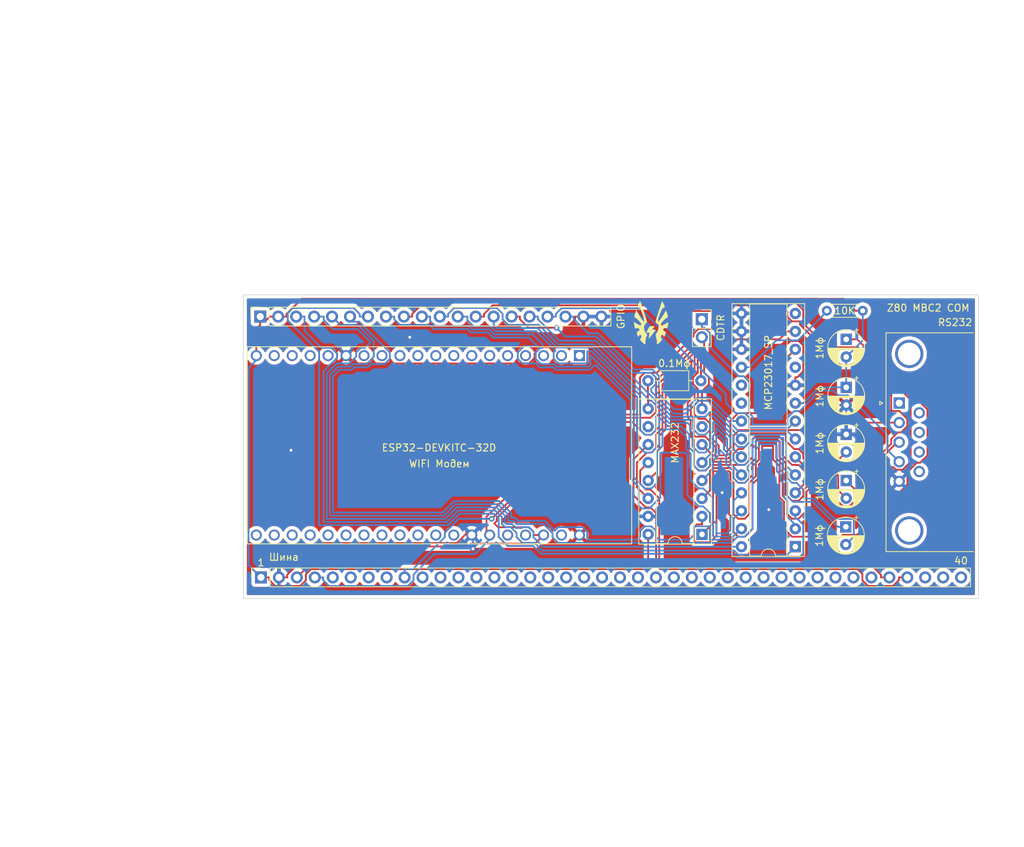
<source format=kicad_pcb>
(kicad_pcb (version 20211014) (generator pcbnew)
  (layers (0 "F.Cu" signal) (31 "B.Cu" signal) (34 "B.Paste" user) (35 "F.Paste" user) (36 "B.SilkS" user "B.Silkscreen") (37 "F.SilkS" user "F.Silkscreen") (38 "B.Mask" user) (39 "F.Mask" user) (44 "Edge.Cuts" user))
  (net 0 "")
  (net 1 "GND")
  (net 2 "+5V")
  (net 3 "RST")
  (net 4 "Net-(C6-Pad1)")
  (net 5 "Net-(C1-Pad1)")
  (net 6 "Net-(C1-Pad2)")
  (net 7 "Net-(C2-Pad1)")
  (net 8 "Net-(C4-Pad1)")
  (net 9 "Net-(C4-Pad2)")
  (net 10 "Net-(C5-Pad2)")
  (net 11 "Net-(J1-Pad1)")
  (net 12 "Net-(J1-Pad2)")
  (net 13 "CSK")
  (net 14 "MISO")
  (net 15 "MOSI")
  (net 16 "SCL")
  (net 17 "SDA")
  (net 18 "RTS")
  (net 20 "TX")
  (net 21 "RX")
  (net 22 "SS")
  (net 23 "A1")
  (net 24 "A2")
  (net 25 "A3")
  (net 26 "A4")
  (net 27 "A5")
  (net 28 "A6")
  (net 29 "A7")
  (net 30 "NMI")
  (net 32 "A8")
  (net 33 "A9")
  (net 34 "A10")
  (net 35 "A11")
  (net 36 "A12")
  (net 37 "A13")
  (net 38 "A14")
  (net 39 "A15")
  (net 40 "IORQ")
  (net 44 "D4")
  (net 45 "D3")
  (net 46 "D5")
  (net 47 "D6")
  (net 48 "D2")
  (net 49 "D7")
  (net 50 "D0")
  (net 51 "D1")
  (net 52 "RD")
  (net 53 "WR")
  (net 54 "A0")
  (net 57 "Net-(J3-Pad3)")
  (net 58 "Net-(J3-Pad4)")
  (net 59 "Net-(J3-Pad5)")
  (net 60 "Net-(J3-Pad6)")
  (net 61 "Net-(J3-Pad7)")
  (net 62 "Net-(J3-Pad8)")
  (net 63 "Net-(J3-Pad9)")
  (net 64 "Net-(J3-Pad10)")
  (net 65 "Net-(J3-Pad11)")
  (net 66 "Net-(J3-Pad12)")
  (net 67 "Net-(J3-Pad13)")
  (net 68 "Net-(J3-Pad14)")
  (net 69 "Net-(J3-Pad15)")
  (net 70 "Net-(J3-Pad16)")
  (net 71 "Net-(J3-Pad17)")
  (net 72 "Net-(J3-Pad18)")
  (net 73 "Net-(R1-Pad1)")
  (net 110 "Net-(U1-Pad14)")
  (net 111 "Net-(U1-Pad13)")
  (footprint "ESP32 WROOM:MODULE_ESP32-DEVKITC-32D" (layer "F.Cu") (at 85.05 87.3 -90)
    (fp_text reference "U3" hide)
    (fp_text value "ESP32-DEVKITC-32D")
  )
  (footprint "Capacitor_THT:CP_Radial_D5.0mm_P2.50mm" (layer "F.Cu") (at 142.55 72.2949 -90)
    (fp_text reference "C6" hide)
    (fp_text value "1Mф")
  )
  (footprint "Capacitor_THT:CP_Radial_D5.0mm_P2.50mm" (layer "F.Cu") (at 142.5 98.8449 -90)
    (fp_text reference "C4" hide)
    (fp_text value "1Mф")
  )
  (footprint "Package_DIP:DIP-28_W7.62mm_Socket" (layer "F.Cu") (at 135.35 101.65 180)
    (fp_text reference "U2" hide)
    (fp_text value "MCP23017_SP")
  )
  (footprint "Connector_Dsub:DSUB-9_Female_Horizontal_P2.77x2.84mm_EdgePinOffset7.70mm_Housed_MountingHolesOffset9.12mm" (layer "F.Cu") (at 150.0497 81.318 90)
    (fp_text reference "J2" hide)
    (fp_text value "RS232")
  )
  (footprint "Capacitor_THT:C_Axial_L3.8mm_D2.6mm_P7.50mm_Horizontal" (layer "F.Cu") (at 114.5 78.15)
    (fp_text reference "C2" hide)
    (fp_text value "0.1Mф")
  )
  (footprint "Capacitor_THT:CP_Radial_D5.0mm_P2.50mm" (layer "F.Cu") (at 142.55 92.2949 -90)
    (fp_text reference "C1" hide)
    (fp_text value "1Mф")
  )
  (footprint "Connector_PinSocket_2.54mm:PinSocket_1x20_P2.54mm_Vertical" (layer "F.Cu") (at 59.65 69.075 90)
    (fp_text reference "J3" hide)
    (fp_text value "GPIO")
  )
  (footprint "Capacitor_THT:CP_Radial_D5.0mm_P2.50mm" (layer "F.Cu") (at 142.55 79.0949 -90)
    (fp_text reference "C3" hide)
    (fp_text value "1Mф")
  )
  (footprint "LOGO" (layer "F.Cu") (at 114.95 70)
    (fp_text reference "G***" hide)
    (fp_text value "LOGO" hide)
  )
  (footprint "Capacitor_THT:CP_Radial_D5.0mm_P2.50mm" (layer "F.Cu") (at 142.55 85.7449 -90)
    (fp_text reference "C5" hide)
    (fp_text value "1Mф")
  )
  (footprint "Connector_PinSocket_2.54mm:PinSocket_1x02_P2.54mm_Vertical_POWER" (layer "F.Cu") (at 122.125 69.45)
    (fp_text reference "J1" hide)
    (fp_text value "CDTR")
  )
  (footprint "Resistor_THT:R_Axial_DIN0204_L3.6mm_D1.6mm_P5.08mm_Horizontal" (layer "F.Cu") (at 139.81 68.25)
    (fp_text reference "R1" hide)
    (fp_text value "10K")
  )
  (footprint "Package_DIP:DIP-16_W7.62mm_Socket" (layer "F.Cu") (at 122.15 99.9 180)
    (fp_text reference "U1" hide)
    (fp_text value "MAX232")
  )
  (footprint "Connector_PinSocket_2.54mm:PinSocket_1x40_P2.54mm_Vertical" (layer "F.Cu") (at 59.75 106 90)
    (fp_text reference "J10" hide)
    (fp_text value "Шина")
  )
  (gr_rect (start 57.25 66) (end 161.25 108.988) (layer "Edge.Cuts") (width 0.1) (fill none))
  (gr_text "Z80 MBC2 COM" (at 154.15 67.85) (layer "F.SilkS") (effects (font (size 1 1))))
  (gr_text "WIFI Модем" (at 85 89.9) (layer "F.SilkS") (effects (font (size 1 1))))
  (segment (start 126.2494 68.2747) (end 126.6047 68.63) (width 0.25) (layer "F.Cu") (net 1))
  (segment (start 104.1947 69.4423) (end 100.2448 73.3922) (width 0.25) (layer "F.Cu") (net 1))
  (segment (start 109.0853 69.075) (end 109.8856 68.2747) (width 0.25) (layer "F.Cu") (net 1))
  (segment (start 136.4753 76.8208) (end 135.6314 77.6647) (width 0.25) (layer "F.Cu") (net 1))
  (segment (start 109.8856 68.2747) (end 126.2494 68.2747) (width 0.25) (layer "F.Cu") (net 1))
  (segment (start 113.4047 97.36) (end 107.45 97.36) (width 0.25) (layer "F.Cu") (net 1))
  (segment (start 63.4653 105.6327) (end 67.9499 101.1481) (width 0.25) (layer "F.Cu") (net 1))
  (segment (start 127.73 68.63) (end 126.6047 68.63) (width 0.25) (layer "F.Cu") (net 1))
  (segment (start 89.57 100) (end 88.996 100) (width 0.25) (layer "F.Cu") (net 1))
  (segment (start 67.9499 101.1481) (end 87.4537 101.1481) (width 0.25) (layer "F.Cu") (net 1))
  (segment (start 100.2448 73.3922) (end 99.3702 73.3922) (width 0.25) (layer "F.Cu") (net 1))
  (segment (start 107.91 69.075) (end 105.37 69.075) (width 0.25) (layer "F.Cu") (net 1))
  (segment (start 105.37 69.075) (end 104.1947 69.075) (width 0.25) (layer "F.Cu") (net 1))
  (segment (start 139.2802 81.5949) (end 136.4753 78.79) (width 0.25) (layer "F.Cu") (net 1))
  (segment (start 133.4711 73.71) (end 134.6391 72.542) (width 0.25) (layer "F.Cu") (net 1))
  (segment (start 142.55 81.5949) (end 139.2802 81.5949) (width 0.25) (layer "F.Cu") (net 1))
  (segment (start 97.6651 75.7112) (end 88.7989 75.7112) (width 0.25) (layer "F.Cu") (net 1))
  (segment (start 62.29 106) (end 63.4653 106) (width 0.25) (layer "F.Cu") (net 1))
  (segment (start 107.45 97.36) (end 104.81 100) (width 0.25) (layer "F.Cu") (net 1))
  (segment (start 114.53 97.36) (end 113.4047 97.36) (width 0.25) (layer "F.Cu") (net 1))
  (segment (start 88.996 100) (end 88.7989 99.8029) (width 0.25) (layer "F.Cu") (net 1))
  (segment (start 88.7989 99.8029) (end 88.7989 75.7112) (width 0.25) (layer "F.Cu") (net 1))
  (segment (start 72.9012 75.7112) (end 71.79 74.6) (width 0.25) (layer "F.Cu") (net 1))
  (segment (start 99.3702 73.3922) (end 98.46 74.3024) (width 0.25) (layer "F.Cu") (net 1))
  (segment (start 63.4653 106) (end 63.4653 105.6327) (width 0.25) (layer "F.Cu") (net 1))
  (segment (start 88.7989 75.7112) (end 72.9012 75.7112) (width 0.25) (layer "F.Cu") (net 1))
  (segment (start 98.46 74.3024) (end 98.46 74.9163) (width 0.25) (layer "F.Cu") (net 1))
  (segment (start 127.73 73.71) (end 133.4711 73.71) (width 0.25) (layer "F.Cu") (net 1))
  (segment (start 136.4753 73.1704) (end 136.4753 76.8208) (width 0.25) (layer "F.Cu") (net 1))
  (segment (start 89.7465 101.945) (end 102.865 101.945) (width 0.25) (layer "F.Cu") (net 1))
  (segment (start 135.8469 72.542) (end 136.4753 73.1704) (width 0.25) (layer "F.Cu") (net 1))
  (segment (start 135.35 78.79) (end 136.4753 78.79) (width 0.25) (layer "F.Cu") (net 1))
  (segment (start 87.4537 101.1481) (end 88.7989 99.8029) (width 0.25) (layer "F.Cu") (net 1))
  (segment (start 135.35 78.79) (end 135.35 77.6647) (width 0.25) (layer "F.Cu") (net 1))
  (segment (start 107.91 69.075) (end 109.0853 69.075) (width 0.25) (layer "F.Cu") (net 1))
  (segment (start 104.1947 69.075) (end 104.1947 69.4423) (width 0.25) (layer "F.Cu") (net 1))
  (segment (start 98.46 74.9163) (end 97.6651 75.7112) (width 0.25) (layer "F.Cu") (net 1))
  (segment (start 102.865 101.945) (end 104.81 100) (width 0.25) (layer "F.Cu") (net 1))
  (segment (start 134.6391 72.542) (end 135.8469 72.542) (width 0.25) (layer "F.Cu") (net 1))
  (segment (start 135.6314 77.6647) (end 135.35 77.6647) (width 0.25) (layer "F.Cu") (net 1))
  (via (at 80.8 72) (size 0.8) (drill 0.4) (layers "F.Cu" "B.Cu") (net 1))
  (via (at 131.6 96.4) (size 0.8) (drill 0.4) (layers "F.Cu" "B.Cu") (net 1))
  (via (at 125 94) (size 0.8) (drill 0.4) (layers "F.Cu" "B.Cu") (net 1))
  (via (at 64 88) (size 0.8) (drill 0.4) (layers "F.Cu" "B.Cu") (net 1))
  (via (at 89.7465 101.945) (size 0.8) (drill 0.4) (layers "F.Cu" "B.Cu") (net 1))
  (segment (start 143.6753 85.7449) (end 143.6753 86.0236) (width 0.25) (layer "B.Cu") (net 1))
  (segment (start 89.57 100) (end 89.7465 100.1765) (width 0.25) (layer "B.Cu") (net 1))
  (segment (start 142.55 81.5949) (end 142.55 85.7449) (width 0.25) (layer "B.Cu") (net 1))
  (segment (start 89.7465 100.1765) (end 89.7465 101.945) (width 0.25) (layer "B.Cu") (net 1))
  (segment (start 142.55 85.7449) (end 143.6753 85.7449) (width 0.25) (layer "B.Cu") (net 1))
  (segment (start 127.73 73.71) (end 127.73 71.17) (width 0.25) (layer "B.Cu") (net 1))
  (segment (start 143.6753 86.0236) (end 150.0497 92.398) (width 0.25) (layer "B.Cu") (net 1))
  (segment (start 127.73 71.17) (end 127.73 68.63) (width 0.25) (layer "B.Cu") (net 1))
  (segment (start 60.9253 106) (end 60.9253 106.3673) (width 0.25) (layer "F.Cu") (net 2))
  (segment (start 59.75 106) (end 60.9253 106) (width 0.25) (layer "F.Cu") (net 2))
  (segment (start 59.65 69.075) (end 59.65 69.6626) (width 0.25) (layer "F.Cu") (net 2))
  (segment (start 59.09 74.6) (end 59.09 70.8103) (width 0.25) (layer "F.Cu") (net 2))
  (segment (start 66.1 106.3965) (end 66.1 105.5662) (width 0.25) (layer "F.Cu") (net 2))
  (segment (start 60.9253 106.3673) (end 61.7731 107.2151) (width 0.25) (layer "F.Cu") (net 2))
  (segment (start 59.65 69.6626) (end 60.4271 69.6626) (width 0.25) (layer "F.Cu") (net 2))
  (segment (start 142.1758 66.5611) (end 65.5119 66.5611) (width 0.25) (layer "F.Cu") (net 2))
  (segment (start 143.8647 68.25) (end 142.1758 66.5611) (width 0.25) (layer "F.Cu") (net 2))
  (segment (start 144.89 68.25) (end 143.8647 68.25) (width 0.25) (layer "F.Cu") (net 2))
  (segment (start 114.3753 104.8247) (end 114.53 104.67) (width 0.25) (layer "F.Cu") (net 2))
  (segment (start 62.19 69.075) (end 63.3653 69.075) (width 0.25) (layer "F.Cu") (net 2))
  (segment (start 65.2814 107.2151) (end 66.1 106.3965) (width 0.25) (layer "F.Cu") (net 2))
  (segment (start 66.1 105.5662) (end 66.8415 104.8247) (width 0.25) (layer "F.Cu") (net 2))
  (segment (start 59.09 70.8103) (end 59.65 70.2503) (width 0.25) (layer "F.Cu") (net 2))
  (segment (start 61.7731 107.2151) (end 65.2814 107.2151) (width 0.25) (layer "F.Cu") (net 2))
  (segment (start 60.4271 69.6626) (end 61.0147 69.075) (width 0.25) (layer "F.Cu") (net 2))
  (segment (start 66.8415 104.8247) (end 114.3753 104.8247) (width 0.25) (layer "F.Cu") (net 2))
  (segment (start 65.5119 66.5611) (end 63.3653 68.7077) (width 0.25) (layer "F.Cu") (net 2))
  (segment (start 63.3653 68.7077) (end 63.3653 69.075) (width 0.25) (layer "F.Cu") (net 2))
  (segment (start 59.65 69.6626) (end 59.65 70.2503) (width 0.25) (layer "F.Cu") (net 2))
  (segment (start 62.19 69.075) (end 61.0147 69.075) (width 0.25) (layer "F.Cu") (net 2))
  (segment (start 114.53 104.67) (end 114.53 99.9) (width 0.25) (layer "F.Cu") (net 2))
  (segment (start 144.89 68.25) (end 144.89 72.4549) (width 0.25) (layer "B.Cu") (net 2))
  (segment (start 58 76.3268) (end 58 99.527984) (width 0.25) (layer "B.Cu") (net 2))
  (segment (start 144.89 72.4549) (end 142.55 74.7949) (width 0.25) (layer "B.Cu") (net 2))
  (segment (start 57.985489 104.235489) (end 59.75 106) (width 0.25) (layer "B.Cu") (net 2))
  (segment (start 57.985489 99.542495) (end 57.985489 104.235489) (width 0.25) (layer "B.Cu") (net 2))
  (segment (start 59.09 75.2368) (end 58 76.3268) (width 0.25) (layer "B.Cu") (net 2))
  (segment (start 58 99.527984) (end 57.985489 99.542495) (width 0.25) (layer "B.Cu") (net 2))
  (segment (start 138.7104 79.0949) (end 136.4753 81.33) (width 0.25) (layer "B.Cu") (net 2))
  (segment (start 142.55 79.0949) (end 138.7104 79.0949) (width 0.25) (layer "B.Cu") (net 2))
  (segment (start 59.09 74.6) (end 59.09 75.2368) (width 0.25) (layer "B.Cu") (net 2))
  (segment (start 135.35 81.33) (end 136.4753 81.33) (width 0.25) (layer "B.Cu") (net 2))
  (segment (start 142.55 79.0949) (end 142.55 74.7949) (width 0.25) (layer "B.Cu") (net 2))
  (segment (start 122 73.676018) (end 122 78.15) (width 0.25) (layer "F.Cu") (net 3))
  (segment (start 120.409022 73.4) (end 121.723982 73.4) (width 0.25) (layer "F.Cu") (net 3))
  (segment (start 114.8503 83.39) (end 115.654511 82.585789) (width 0.25) (layer "F.Cu") (net 3))
  (segment (start 121.723982 73.4) (end 122 73.676018) (width 0.25) (layer "F.Cu") (net 3))
  (segment (start 115.654511 78.154511) (end 120.409022 73.4) (width 0.25) (layer "F.Cu") (net 3))
  (segment (start 106.7033 83.39) (end 114.8503 83.39) (width 0.25) (layer "F.Cu") (net 3))
  (segment (start 115.654511 82.585789) (end 115.654511 78.154511) (width 0.25) (layer "F.Cu") (net 3))
  (segment (start 92.3852 97.7081) (end 106.7033 83.39) (width 0.25) (layer "F.Cu") (net 3))
  (via (at 92.3852 97.7081) (size 0.8) (drill 0.4) (layers "F.Cu" "B.Cu") (net 3))
  (segment (start 80.07 106) (end 80.07 104.8247) (width 0.25) (layer "B.Cu") (net 3))
  (segment (start 85.76 100.31) (end 85.76 99.6746) (width 0.25) (layer "B.Cu") (net 3))
  (segment (start 80.07 104.8247) (end 81.2453 104.8247) (width 0.25) (layer "B.Cu") (net 3))
  (segment (start 85.76 99.6746) (end 87.7265 97.7081) (width 0.25) (layer "B.Cu") (net 3))
  (segment (start 81.2453 104.8247) (end 85.76 100.31) (width 0.25) (layer "B.Cu") (net 3))
  (segment (start 87.7265 97.7081) (end 92.3852 97.7081) (width 0.25) (layer "B.Cu") (net 3))
  (segment (start 126.605489 99.575789) (end 126.605489 97.694511) (width 0.25) (layer "F.Cu") (net 4))
  (segment (start 125.706449 91.6) (end 125.52952 91.423071) (width 0.25) (layer "F.Cu") (net 4))
  (segment (start 124.2 91.423071) (end 124.2 100.1) (width 0.25) (layer "F.Cu") (net 4))
  (segment (start 121.4467 98.4853) (end 122.15 98.4853) (width 0.25) (layer "F.Cu") (net 4))
  (segment (start 125.706449 92.328184) (end 125.706449 91.6) (width 0.25) (layer "F.Cu") (net 4))
  (segment (start 133.75048 99.10078) (end 133.75048 95.292216) (width 0.25) (layer "F.Cu") (net 4))
  (segment (start 130.652591 87.39808) (end 130.652591 89.524862) (width 0.25) (layer "F.Cu") (net 4))
  (segment (start 129.304031 92.777704) (end 129.304031 99.126269) (width 0.25) (layer "F.Cu") (net 4))
  (segment (start 130.216899 89.960554) (end 130.216899 91.864835) (width 0.25) (layer "F.Cu") (net 4))
  (segment (start 122.15 98.4853) (end 122.15 97.36) (width 0.25) (layer "F.Cu") (net 4))
  (segment (start 133.10096 90.198413) (end 132.20192 89.299373) (width 0.25) (layer "F.Cu") (net 4))
  (segment (start 132.20192 89.299373) (end 132.20192 87.401919) (width 0.25) (layer "F.Cu") (net 4))
  (segment (start 151.22 92.837) (end 144.0867 99.9703) (width 0.25) (layer "F.Cu") (net 4))
  (segment (start 144.1087 72.2949) (end 154.0525 82.2387) (width 0.25) (layer "F.Cu") (net 4))
  (segment (start 133.10096 94.642696) (end 133.10096 90.198413) (width 0.25) (layer "F.Cu") (net 4))
  (segment (start 152.5441 89.7671) (end 151.22 91.0912) (width 0.25) (layer "F.Cu") (net 4))
  (segment (start 121.0246 100.8401) (end 121.0246 98.9074) (width 0.25) (layer "F.Cu") (net 4))
  (segment (start 124.2 100.1) (end 123.2746 101.0254) (width 0.25) (layer "F.Cu") (net 4))
  (segment (start 125.989132 97.078154) (end 125.989132 92.610868) (width 0.25) (layer "F.Cu") (net 4))
  (segment (start 154.0525 82.2387) (end 154.0525 88.7185) (width 0.25) (layer "F.Cu") (net 4))
  (segment (start 154.0525 88.7185) (end 153.0039 89.7671) (width 0.25) (layer "F.Cu") (net 4))
  (segment (start 129.304031 99.126269) (end 128.195789 100.234511) (width 0.25) (layer "F.Cu") (net 4))
  (segment (start 126.605489 97.694511) (end 125.989132 97.078154) (width 0.25) (layer "F.Cu") (net 4))
  (segment (start 125.52952 91.423071) (end 124.2 91.423071) (width 0.25) (layer "F.Cu") (net 4))
  (segment (start 151.22 91.0912) (end 151.22 92.837) (width 0.25) (layer "F.Cu") (net 4))
  (segment (start 132.20192 87.401919) (end 132.198081 87.39808) (width 0.25) (layer "F.Cu") (net 4))
  (segment (start 130.652591 89.524862) (end 130.216899 89.960554) (width 0.25) (layer "F.Cu") (net 4))
  (segment (start 133.75048 95.292216) (end 133.10096 94.642696) (width 0.25) (layer "F.Cu") (net 4))
  (segment (start 125.989132 92.610868) (end 125.706449 92.328184) (width 0.25) (layer "F.Cu") (net 4))
  (segment (start 153.0039 89.7671) (end 152.5441 89.7671) (width 0.25) (layer "F.Cu") (net 4))
  (segment (start 132.198081 87.39808) (end 130.652591 87.39808) (width 0.25) (layer "F.Cu") (net 4))
  (segment (start 142.55 72.2949) (end 144.1087 72.2949) (width 0.25) (layer "F.Cu") (net 4))
  (segment (start 134.884211 100.234511) (end 133.75048 99.10078) (width 0.25) (layer "F.Cu") (net 4))
  (segment (start 121.2099 101.0254) (end 121.0246 100.8401) (width 0.25) (layer "F.Cu") (net 4))
  (segment (start 121.0246 98.9074) (end 121.4467 98.4853) (width 0.25) (layer "F.Cu") (net 4))
  (segment (start 123.2746 101.0254) (end 121.2099 101.0254) (width 0.25) (layer "F.Cu") (net 4))
  (segment (start 130.216899 91.864835) (end 129.304031 92.777704) (width 0.25) (layer "F.Cu") (net 4))
  (segment (start 144.0867 99.9703) (end 142.0744 99.9703) (width 0.25) (layer "F.Cu") (net 4))
  (segment (start 127.264211 100.234511) (end 126.605489 99.575789) (width 0.25) (layer "F.Cu") (net 4))
  (segment (start 128.195789 100.234511) (end 127.264211 100.234511) (width 0.25) (layer "F.Cu") (net 4))
  (segment (start 141.810189 100.234511) (end 134.884211 100.234511) (width 0.25) (layer "F.Cu") (net 4))
  (segment (start 142.0744 99.9703) (end 141.810189 100.234511) (width 0.25) (layer "F.Cu") (net 4))
  (segment (start 130.25144 86.94856) (end 132.65144 86.94856) (width 0.25) (layer "F.Cu") (net 5))
  (segment (start 126.605489 97.035789) (end 127.264211 97.694511) (width 0.25) (layer "F.Cu") (net 5))
  (segment (start 130.203071 89.338664) (end 130.203071 86.996929) (width 0.25) (layer "F.Cu") (net 5))
  (segment (start 132.65144 89.113176) (end 133.55048 90.012216) (width 0.25) (layer "F.Cu") (net 5))
  (segment (start 128.854511 92.591507) (end 129.767379 91.678638) (width 0.25) (layer "F.Cu") (net 5))
  (segment (start 143.6753 95.2618) (end 143.6753 93.4202) (width 0.25) (layer "F.Cu") (net 5))
  (segment (start 140.975969 91.811687) (end 140.975969 93.856586) (width 0.25) (layer "F.Cu") (net 5))
  (segment (start 128.195789 97.694511) (end 128.854511 97.035789) (width 0.25) (layer "F.Cu") (net 5))
  (segment (start 134.884211 97.694511) (end 135.815789 97.694511) (width 0.25) (layer "F.Cu") (net 5))
  (segment (start 123.724031 98.325969) (end 123.724031 91.111687) (width 0.25) (layer "F.Cu") (net 5))
  (segment (start 122.15 99.9) (end 123.724031 98.325969) (width 0.25) (layer "F.Cu") (net 5))
  (segment (start 135.815789 97.694511) (end 136.924031 96.586269) (width 0.25) (layer "F.Cu") (net 5))
  (segment (start 125.973551 90.973551) (end 126.155969 91.155969) (width 0.25) (layer "F.Cu") (net 5))
  (segment (start 126.155969 92.141987) (end 126.605489 92.591507) (width 0.25) (layer "F.Cu") (net 5))
  (segment (start 140.599342 91.43506) (end 140.975969 91.811687) (width 0.25) (layer "F.Cu") (net 5))
  (segment (start 128.854511 97.035789) (end 128.854511 92.591507) (width 0.25) (layer "F.Cu") (net 5))
  (segment (start 129.767379 89.774357) (end 130.203071 89.338664) (width 0.25) (layer "F.Cu") (net 5))
  (segment (start 134.2 97.0103) (end 134.884211 97.694511) (width 0.25) (layer "F.Cu") (net 5))
  (segment (start 136.924031 96.586269) (end 136.924031 93.875969) (width 0.25) (layer "F.Cu") (net 5))
  (segment (start 139.36494 91.43506) (end 140.599342 91.43506) (width 0.25) (layer "F.Cu") (net 5))
  (segment (start 143.017689 95.919411) (end 143.6753 95.2618) (width 0.25) (layer "F.Cu") (net 5))
  (segment (start 133.55048 90.012216) (end 133.55048 94.456498) (width 0.25) (layer "F.Cu") (net 5))
  (segment (start 126.605489 92.591507) (end 126.605489 97.035789) (width 0.25) (layer "F.Cu") (net 5))
  (segment (start 141.2 95.0352) (end 142.084211 95.919411) (width 0.25) (layer "F.Cu") (net 5))
  (segment (start 136.924031 93.875969) (end 139.36494 91.43506) (width 0.25) (layer "F.Cu") (net 5))
  (segment (start 140.975969 93.856586) (end 141.2 94.080617) (width 0.25) (layer "F.Cu") (net 5))
  (segment (start 143.6753 93.4202) (end 142.55 92.2949) (width 0.25) (layer "F.Cu") (net 5))
  (segment (start 132.65144 86.94856) (end 132.65144 89.113176) (width 0.25) (layer "F.Cu") (net 5))
  (segment (start 126.155969 91.155969) (end 126.155969 92.141987) (width 0.25) (layer "F.Cu") (net 5))
  (segment (start 123.862167 90.973551) (end 125.973551 90.973551) (width 0.25) (layer "F.Cu") (net 5))
  (segment (start 134.2 95.106018) (end 134.2 97.0103) (width 0.25) (layer "F.Cu") (net 5))
  (segment (start 133.55048 94.456498) (end 134.2 95.106018) (width 0.25) (layer "F.Cu") (net 5))
  (segment (start 123.724031 91.111687) (end 123.862167 90.973551) (width 0.25) (layer "F.Cu") (net 5))
  (segment (start 141.2 94.080617) (end 141.2 95.0352) (width 0.25) (layer "F.Cu") (net 5))
  (segment (start 129.767379 91.678638) (end 129.767379 89.774357) (width 0.25) (layer "F.Cu") (net 5))
  (segment (start 127.264211 97.694511) (end 128.195789 97.694511) (width 0.25) (layer "F.Cu") (net 5))
  (segment (start 130.203071 86.996929) (end 130.25144 86.94856) (width 0.25) (layer "F.Cu") (net 5))
  (segment (start 142.084211 95.919411) (end 143.017689 95.919411) (width 0.25) (layer "F.Cu") (net 5))
  (segment (start 127.264211 92.614511) (end 128.195789 92.614511) (width 0.25) (layer "F.Cu") (net 6))
  (segment (start 132.863322 86.49904) (end 133.10096 86.736678) (width 0.25) (layer "F.Cu") (net 6))
  (segment (start 129.317859 91.492441) (end 129.317859 89.588159) (width 0.25) (layer "F.Cu") (net 6))
  (segment (start 133.10096 86.736678) (end 133.10096 88.926978) (width 0.25) (layer "F.Cu") (net 6))
  (segment (start 140.78554 90.98554) (end 141.425489 91.625489) (width 0.25) (layer "F.Cu") (net 6))
  (segment (start 136.474511 94.495789) (end 136.474511 93.680589) (width 0.25) (layer "F.Cu") (net 6))
  (segment (start 134.884211 95.154511) (end 135.815789 95.154511) (width 0.25) (layer "F.Cu") (net 6))
  (segment (start 126.605489 91.955789) (end 127.264211 92.614511) (width 0.25) (layer "F.Cu") (net 6))
  (segment (start 134 94.2703) (end 134.884211 95.154511) (width 0.25) (layer "F.Cu") (net 6))
  (segment (start 128.195789 92.614511) (end 129.317859 91.492441) (width 0.25) (layer "F.Cu") (net 6))
  (segment (start 129.90096 86.49904) (end 132.863322 86.49904) (width 0.25) (layer "F.Cu") (net 6))
  (segment (start 141.425489 91.625489) (end 141.425489 93.670389) (width 0.25) (layer "F.Cu") (net 6))
  (segment (start 139.16956 90.98554) (end 140.78554 90.98554) (width 0.25) (layer "F.Cu") (net 6))
  (segment (start 129.753551 89.152467) (end 129.753551 86.646449) (width 0.25) (layer "F.Cu") (net 6))
  (segment (start 126.605489 90.805489) (end 126.605489 91.955789) (width 0.25) (layer "F.Cu") (net 6))
  (segment (start 135.815789 95.154511) (end 136.474511 94.495789) (width 0.25) (layer "F.Cu") (net 6))
  (segment (start 136.474511 93.680589) (end 139.16956 90.98554) (width 0.25) (layer "F.Cu") (net 6))
  (segment (start 129.753551 86.646449) (end 129.90096 86.49904) (width 0.25) (layer "F.Cu") (net 6))
  (segment (start 123.274511 90.925489) (end 123.675969 90.524031) (width 0.25) (layer "F.Cu") (net 6))
  (segment (start 126.324031 90.524031) (end 126.605489 90.805489) (width 0.25) (layer "F.Cu") (net 6))
  (segment (start 134 89.826018) (end 134 94.2703) (width 0.25) (layer "F.Cu") (net 6))
  (segment (start 122.15 94.82) (end 123.274511 93.695489) (width 0.25) (layer "F.Cu") (net 6))
  (segment (start 133.10096 88.926978) (end 134 89.826018) (width 0.25) (layer "F.Cu") (net 6))
  (segment (start 129.317859 89.588159) (end 129.753551 89.152467) (width 0.25) (layer "F.Cu") (net 6))
  (segment (start 123.675969 90.524031) (end 126.324031 90.524031) (width 0.25) (layer "F.Cu") (net 6))
  (segment (start 141.425489 93.670389) (end 142.55 94.7949) (width 0.25) (layer "F.Cu") (net 6))
  (segment (start 123.274511 93.695489) (end 123.274511 90.925489) (width 0.25) (layer "F.Cu") (net 6))
  (segment (start 114.53 82.12) (end 114.53 80.9947) (width 0.25) (layer "F.Cu") (net 7))
  (segment (start 114.5 80.9647) (end 114.5 78.15) (width 0.25) (layer "F.Cu") (net 7))
  (segment (start 114.53 80.9947) (end 114.5 80.9647) (width 0.25) (layer "F.Cu") (net 7))
  (segment (start 125.577994 88.852004) (end 124.623071 87.89708) (width 0.25) (layer "B.Cu") (net 8))
  (segment (start 129.753551 87.248184) (end 129.304031 87.697704) (width 0.25) (layer "B.Cu") (net 8))
  (segment (start 128.6 90.306018) (end 128.6 90.7697) (width 0.25) (layer "B.Cu") (net 8))
  (segment (start 133.18096 90.78096) (end 133.18096 86.78096) (width 0.25) (layer "B.Cu") (net 8))
  (segment (start 142.5 98.8449) (end 141.3747 98.8449) (width 0.25) (layer "B.Cu") (net 8))
  (segment (start 129.304031 89.601986) (end 128.6 90.306018) (width 0.25) (layer "B.Cu") (net 8))
  (segment (start 126.605489 91.005489) (end 125.577994 89.977994) (width 0.25) (layer "B.Cu") (net 8))
  (segment (start 133.775969 91.375969) (end 133.18096 90.78096) (width 0.25) (layer "B.Cu") (net 8))
  (segment (start 141.3747 98.8449) (end 137.8298 95.3) (width 0.25) (layer "B.Cu") (net 8))
  (segment (start 128.854511 91.955789) (end 128.195789 92.614511) (width 0.25) (layer "B.Cu") (net 8))
  (segment (start 123.724031 90.705969) (end 122.15 92.28) (width 0.25) (layer "B.Cu") (net 8))
  (segment (start 128.195789 92.614511) (end 127.264211 92.614511) (width 0.25) (layer "B.Cu") (net 8))
  (segment (start 127.264211 92.614511) (end 126.605489 91.955789) (width 0.25) (layer "B.Cu") (net 8))
  (segment (start 124.623071 87.89708) (end 124.623071 88.576929) (width 0.25) (layer "B.Cu") (net 8))
  (segment (start 133.18096 86.78096) (end 133.09904 86.69904) (width 0.25) (layer "B.Cu") (net 8))
  (segment (start 123.724031 89.475969) (end 123.724031 90.705969) (width 0.25) (layer "B.Cu") (net 8))
  (segment (start 129.753551 86.69904) (end 129.753551 87.248184) (width 0.25) (layer "B.Cu") (net 8))
  (segment (start 137.8298 95.3) (end 135.0297 95.3) (width 0.25) (layer "B.Cu") (net 8))
  (segment (start 126.605489 91.955789) (end 126.605489 91.005489) (width 0.25) (layer "B.Cu") (net 8))
  (segment (start 129.304031 87.697704) (end 129.304031 89.601986) (width 0.25) (layer "B.Cu") (net 8))
  (segment (start 125.577994 89.977994) (end 125.577994 88.852004) (width 0.25) (layer "B.Cu") (net 8))
  (segment (start 128.854511 91.024211) (end 128.854511 91.955789) (width 0.25) (layer "B.Cu") (net 8))
  (segment (start 124.623071 88.576929) (end 123.724031 89.475969) (width 0.25) (layer "B.Cu") (net 8))
  (segment (start 134.2 92.566018) (end 133.775969 92.141986) (width 0.25) (layer "B.Cu") (net 8))
  (segment (start 133.09904 86.69904) (end 129.753551 86.69904) (width 0.25) (layer "B.Cu") (net 8))
  (segment (start 134.2 94.4703) (end 134.2 92.566018) (width 0.25) (layer "B.Cu") (net 8))
  (segment (start 128.6 90.7697) (end 128.854511 91.024211) (width 0.25) (layer "B.Cu") (net 8))
  (segment (start 135.0297 95.3) (end 134.2 94.4703) (width 0.25) (layer "B.Cu") (net 8))
  (segment (start 133.775969 92.141986) (end 133.775969 91.375969) (width 0.25) (layer "B.Cu") (net 8))
  (segment (start 124.173551 85.498184) (end 124.173551 84.926449) (width 0.25) (layer "B.Cu") (net 9))
  (segment (start 122.15 89.74) (end 123.724031 88.165969) (width 0.25) (layer "B.Cu") (net 9))
  (segment (start 125.706449 86.377885) (end 125.706449 87.709024) (width 0.25) (layer "B.Cu") (net 9))
  (segment (start 133.63048 90.49563) (end 134.225489 91.090639) (width 0.25) (layer "B.Cu") (net 9))
  (segment (start 127.264211 90.074511) (end 128.195789 90.074511) (width 0.25) (layer "B.Cu") (net 9))
  (segment (start 134.225489 91.955789) (end 134.8851 92.6154) (width 0.25) (layer "B.Cu") (net 9))
  (segment (start 134.8851 92.6154) (end 135.5257 92.6154) (width 0.25) (layer "B.Cu") (net 9))
  (segment (start 133.63048 86.24952) (end 133.63048 90.49563) (width 0.25) (layer "B.Cu") (net 9))
  (segment (start 143.6254 100.2195) (end 142.5 101.3449) (width 0.25) (layer "B.Cu") (net 9))
  (segment (start 138.015998 94.85048) (end 140.885907 97.720389) (width 0.25) (layer "B.Cu") (net 9))
  (segment (start 136.65048 94.85048) (end 138.015998 94.85048) (width 0.25) (layer "B.Cu") (net 9))
  (segment (start 129.55048 86.24952) (end 133.63048 86.24952) (width 0.25) (layer "B.Cu") (net 9))
  (segment (start 129.304031 87.061986) (end 129.304031 86.495969) (width 0.25) (layer "B.Cu") (net 9))
  (segment (start 135.5257 92.6154) (end 136.65048 93.74018) (width 0.25) (layer "B.Cu") (net 9))
  (segment (start 143.624511 97.720389) (end 143.6254 97.721278) (width 0.25) (layer "B.Cu") (net 9))
  (segment (start 140.885907 97.720389) (end 143.624511 97.720389) (width 0.25) (layer "B.Cu") (net 9))
  (segment (start 136.65048 93.74018) (end 136.65048 94.85048) (width 0.25) (layer "B.Cu") (net 9))
  (segment (start 128.854511 89.415789) (end 128.854511 87.511506) (width 0.25) (layer "B.Cu") (net 9))
  (segment (start 143.6254 97.721278) (end 143.6254 100.2195) (width 0.25) (layer "B.Cu") (net 9))
  (segment (start 123.724031 85.947704) (end 124.173551 85.498184) (width 0.25) (layer "B.Cu") (net 9))
  (segment (start 126.605489 88.608064) (end 126.605489 89.415789) (width 0.25) (layer "B.Cu") (net 9))
  (segment (start 125.706449 87.709024) (end 126.605489 88.608064) (width 0.25) (layer "B.Cu") (net 9))
  (segment (start 124.173551 84.926449) (end 124.214282 84.885718) (width 0.25) (layer "B.Cu") (net 9))
  (segment (start 128.195789 90.074511) (end 128.854511 89.415789) (width 0.25) (layer "B.Cu") (net 9))
  (segment (start 123.724031 88.165969) (end 123.724031 85.947704) (width 0.25) (layer "B.Cu") (net 9))
  (segment (start 124.214282 84.885718) (end 125.706449 86.377885) (width 0.25) (layer "B.Cu") (net 9))
  (segment (start 126.605489 89.415789) (end 127.264211 90.074511) (width 0.25) (layer "B.Cu") (net 9))
  (segment (start 129.304031 86.495969) (end 129.55048 86.24952) (width 0.25) (layer "B.Cu") (net 9))
  (segment (start 128.854511 87.511506) (end 129.304031 87.061986) (width 0.25) (layer "B.Cu") (net 9))
  (segment (start 134.225489 91.090639) (end 134.225489 91.955789) (width 0.25) (layer "B.Cu") (net 9))
  (segment (start 137.528564 89.8) (end 138.153094 89.175471) (width 0.25) (layer "F.Cu") (net 10))
  (segment (start 134 85.6) (end 134 86.6503) (width 0.25) (layer "F.Cu") (net 10))
  (segment (start 122.15 87.2) (end 123.624991 88.674991) (width 0.25) (layer "F.Cu") (net 10))
  (segment (start 127.904811 87.825489) (end 128.854511 86.875789) (width 0.25) (layer "F.Cu") (net 10))
  (segment (start 123.624991 89.624991) (end 126.105309 89.624991) (width 0.25) (layer "F.Cu") (net 10))
  (segment (start 127.264211 87.825489) (end 127.904811 87.825489) (width 0.25) (layer "F.Cu") (net 10))
  (segment (start 136.474511 89.124811) (end 137.1497 89.8) (width 0.25) (layer "F.Cu") (net 10))
  (segment (start 126.605489 89.124811) (end 126.605489 88.484211) (width 0.25) (layer "F.Cu") (net 10))
  (segment (start 126.605489 88.484211) (end 127.264211 87.825489) (width 0.25) (layer "F.Cu") (net 10))
  (segment (start 128.854511 86.875789) (end 128.854511 85.745489) (width 0.25) (layer "F.Cu") (net 10))
  (segment (start 135.815789 87.825489) (end 136.474511 88.484211) (width 0.25) (layer "F.Cu") (net 10))
  (segment (start 126.105309 89.624991) (end 126.605489 89.124811) (width 0.25) (layer "F.Cu") (net 10))
  (segment (start 137.1497 89.8) (end 137.528564 89.8) (width 0.25) (layer "F.Cu") (net 10))
  (segment (start 128.854511 85.745489) (end 129 85.6) (width 0.25) (layer "F.Cu") (net 10))
  (segment (start 134 86.6503) (end 135.175189 87.825489) (width 0.25) (layer "F.Cu") (net 10))
  (segment (start 129 85.6) (end 134 85.6) (width 0.25) (layer "F.Cu") (net 10))
  (segment (start 141.619429 89.175471) (end 142.55 88.2449) (width 0.25) (layer "F.Cu") (net 10))
  (segment (start 135.175189 87.825489) (end 135.815789 87.825489) (width 0.25) (layer "F.Cu") (net 10))
  (segment (start 123.624991 88.674991) (end 123.624991 89.624991) (width 0.25) (layer "F.Cu") (net 10))
  (segment (start 138.153094 89.175471) (end 141.619429 89.175471) (width 0.25) (layer "F.Cu") (net 10))
  (segment (start 136.474511 88.484211) (end 136.474511 89.124811) (width 0.25) (layer "F.Cu") (net 10))
  (segment (start 148.4051 87.9834) (end 150.0497 89.628) (width 0.25) (layer "B.Cu") (net 11))
  (segment (start 122.125 70.6253) (end 122.4924 70.6253) (width 0.25) (layer "B.Cu") (net 11))
  (segment (start 129.304031 83.218014) (end 129.304031 84.35048) (width 0.25) (layer "B.Cu") (net 11))
  (segment (start 138.896598 79.54442) (end 140.750498 79.54442) (width 0.25) (layer "B.Cu") (net 11))
  (segment (start 135.175189 82.454511) (end 135.986507 82.454511) (width 0.25) (layer "B.Cu") (net 11))
  (segment (start 123.3003 71.4332) (end 123.3003 73.4677) (width 0.25) (layer "B.Cu") (net 11))
  (segment (start 122.125 69.45) (end 122.125 70.6253) (width 0.25) (layer "B.Cu") (net 11))
  (segment (start 135.986507 82.454511) (end 138.896598 79.54442) (width 0.25) (layer "B.Cu") (net 11))
  (segment (start 123.3003 73.4677) (end 127.3526 77.52) (width 0.25) (layer "B.Cu") (net 11))
  (segment (start 134.225489 84.335789) (end 134.225489 83.404211) (width 0.25) (layer "B.Cu") (net 11))
  (segment (start 148.4051 85.8411) (end 148.4051 87.9834) (width 0.25) (layer "B.Cu") (net 11))
  (segment (start 128.854511 82.768493) (end 129.304031 83.218014) (width 0.25) (layer "B.Cu") (net 11))
  (segment (start 134.225489 83.404211) (end 135.175189 82.454511) (width 0.25) (layer "B.Cu") (net 11))
  (segment (start 140.750498 79.54442) (end 141.425489 80.219411) (width 0.25) (layer "B.Cu") (net 11))
  (segment (start 128.0503 77.52) (end 128.854511 78.324211) (width 0.25) (layer "B.Cu") (net 11))
  (segment (start 142.783411 80.219411) (end 148.4051 85.8411) (width 0.25) (layer "B.Cu") (net 11))
  (segment (start 134.233802 84.35048) (end 134.236991 84.347291) (width 0.25) (layer "B.Cu") (net 11))
  (segment (start 127.3526 77.52) (end 128.0503 77.52) (width 0.25) (layer "B.Cu") (net 11))
  (segment (start 122.4924 70.6253) (end 123.3003 71.4332) (width 0.25) (layer "B.Cu") (net 11))
  (segment (start 129.304031 84.35048) (end 134.233802 84.35048) (width 0.25) (layer "B.Cu") (net 11))
  (segment (start 134.236991 84.347291) (end 134.225489 84.335789) (width 0.25) (layer "B.Cu") (net 11))
  (segment (start 141.425489 80.219411) (end 142.783411 80.219411) (width 0.25) (layer "B.Cu") (net 11))
  (segment (start 128.854511 78.324211) (end 128.854511 82.768493) (width 0.25) (layer "B.Cu") (net 11))
  (segment (start 123.124511 77.684211) (end 122.44952 77.00922) (width 0.25) (layer "F.Cu") (net 12))
  (segment (start 122.15 82.12) (end 122.15 79.65) (width 0.25) (layer "F.Cu") (net 12))
  (segment (start 122.44952 77.00922) (end 122.44952 72.31452) (width 0.25) (layer "F.Cu") (net 12))
  (segment (start 122.44952 72.31452) (end 122.125 71.99) (width 0.25) (layer "F.Cu") (net 12))
  (segment (start 123.124511 78.675489) (end 123.124511 77.684211) (width 0.25) (layer "F.Cu") (net 12))
  (segment (start 122.15 79.65) (end 123.124511 78.675489) (width 0.25) (layer "F.Cu") (net 12))
  (segment (start 93.109711 98.008203) (end 93.109711 97.619307) (width 0.25) (layer "F.Cu") (net 16))
  (segment (start 132 77.06) (end 135.35 73.71) (width 0.25) (layer "F.Cu") (net 16))
  (segment (start 92.758957 98.358957) (end 93.109711 98.008203) (width 0.25) (layer "F.Cu") (net 16))
  (segment (start 121.534211 77.025489) (end 120.875489 77.684211) (width 0.25) (layer "F.Cu") (net 16))
  (segment (start 120.75048 73.84952) (end 121.537784 73.84952) (width 0.25) (layer "F.Cu") (net 16))
  (segment (start 125.706449 88.657833) (end 125.706449 88.111815) (width 0.25) (layer "F.Cu") (net 16))
  (segment (start 127.264211 82.745489) (end 131.709022 82.745489) (width 0.25) (layer "F.Cu") (net 16))
  (segment (start 124.524031 88.724031) (end 124.525951 88.725951) (width 0.25) (layer "F.Cu") (net 16))
  (segment (start 121.025489 81.654211) (end 121.025489 82.876767) (width 0.25) (layer "F.Cu") (net 16))
  (segment (start 132 82.454511) (end 132 77.06) (width 0.25) (layer "F.Cu") (net 16))
  (segment (start 122.615789 83.535489) (end 123.274511 84.194211) (width 0.25) (layer "F.Cu") (net 16))
  (segment (start 93.109711 97.619307) (end 106.729018 84) (width 0.25) (layer "F.Cu") (net 16))
  (segment (start 126.155969 83.853731) (end 127.264211 82.745489) (width 0.25) (layer "F.Cu") (net 16))
  (segment (start 121.55048 81.12922) (end 121.025489 81.654211) (width 0.25) (layer "F.Cu") (net 16))
  (segment (start 125.638331 88.725951) (end 125.706449 88.657833) (width 0.25) (layer "F.Cu") (net 16))
  (segment (start 121.684211 83.535489) (end 122.615789 83.535489) (width 0.25) (layer "F.Cu") (net 16))
  (segment (start 69.215 101.615) (end 64.83 106) (width 0.25) (layer "F.Cu") (net 16))
  (segment (start 121.537784 73.84952) (end 121.55048 73.862216) (width 0.25) (layer "F.Cu") (net 16))
  (segment (start 124.525951 88.725951) (end 125.638331 88.725951) (width 0.25) (layer "F.Cu") (net 16))
  (segment (start 98.5103 101.2197) (end 89.4461 101.2197) (width 0.25) (layer "F.Cu") (net 16))
  (segment (start 112.2797 84) (end 114.064211 85.784511) (width 0.25) (layer "F.Cu") (net 16))
  (segment (start 116.104031 78.495969) (end 120.75048 73.84952) (width 0.25) (layer "F.Cu") (net 16))
  (segment (start 121.55048 73.862216) (end 121.55048 77.025489) (width 0.25) (layer "F.Cu") (net 16))
  (segment (start 114.995789 85.784511) (end 116.104031 84.676269) (width 0.25) (layer "F.Cu") (net 16))
  (segment (start 126.155969 87.662295) (end 126.155969 83.853731) (width 0.25) (layer "F.Cu") (net 16))
  (segment (start 89.4461 101.2197) (end 89.0508 101.615) (width 0.25) (layer "F.Cu") (net 16))
  (segment (start 125.706449 88.111815) (end 126.155969 87.662295) (width 0.25) (layer "F.Cu") (net 16))
  (segment (start 121.55048 77.025489) (end 121.534211 77.025489) (width 0.25) (layer "F.Cu") (net 16))
  (segment (start 106.729018 84) (end 112.2797 84) (width 0.25) (layer "F.Cu") (net 16))
  (segment (start 93.295489 98.895489) (end 92.758957 98.358957) (width 0.25) (layer "F.Cu") (net 16))
  (segment (start 98.294511 100) (end 98.294511 99.542495) (width 0.25) (layer "F.Cu") (net 16))
  (segment (start 99.73 100) (end 98.294511 100) (width 0.25) (layer "F.Cu") (net 16))
  (segment (start 89.0508 101.615) (end 69.215 101.615) (width 0.25) (layer "F.Cu") (net 16))
  (segment (start 131.709022 82.745489) (end 132 82.454511) (width 0.25) (layer "F.Cu") (net 16))
  (segment (start 124.524031 87.348014) (end 124.524031 88.724031) (width 0.25) (layer "F.Cu") (net 16))
  (segment (start 97.647505 98.895489) (end 93.295489 98.895489) (width 0.25) (layer "F.Cu") (net 16))
  (segment (start 120.875489 77.684211) (end 120.875489 78.615789) (width 0.25) (layer "F.Cu") (net 16))
  (segment (start 99.73 100) (end 98.5103 101.2197) (width 0.25) (layer "F.Cu") (net 16))
  (segment (start 116.104031 84.676269) (end 116.104031 78.495969) (width 0.25) (layer "F.Cu") (net 16))
  (segment (start 123.274511 86.098493) (end 124.524031 87.348014) (width 0.25) (layer "F.Cu") (net 16))
  (segment (start 98.294511 99.542495) (end 97.647505 98.895489) (width 0.25) (layer "F.Cu") (net 16))
  (segment (start 121.55048 79.29078) (end 121.55048 81.12922) (width 0.25) (layer "F.Cu") (net 16))
  (segment (start 121.025489 82.876767) (end 121.684211 83.535489) (width 0.25) (layer "F.Cu") (net 16))
  (segment (start 123.274511 84.194211) (end 123.274511 86.098493) (width 0.25) (layer "F.Cu") (net 16))
  (segment (start 120.875489 78.615789) (end 121.55048 79.29078) (width 0.25) (layer "F.Cu") (net 16))
  (segment (start 114.064211 85.784511) (end 114.995789 85.784511) (width 0.25) (layer "F.Cu") (net 16))
  (segment (start 121.64799 70.806) (end 123.7267 70.806) (width 0.25) (layer "F.Cu") (net 17))
  (segment (start 115.774511 77.025489) (end 120.950489 71.849511) (width 0.25) (layer "F.Cu") (net 17))
  (segment (start 120.950489 71.503501) (end 121.64799 70.806) (width 0.25) (layer "F.Cu") (net 17))
  (segment (start 91.6566 97.412086) (end 106.128206 82.94048) (width 0.25) (layer "F.Cu") (net 17))
  (segment (start 133.0994 72.2953) (end 134.2247 71.17) (width 0.25) (layer "F.Cu") (net 17))
  (segment (start 113.375489 82.856449) (end 113.375489 77.684211) (width 0.25) (layer "F.Cu") (net 17))
  (segment (start 114.034211 77.025489) (end 115.774511 77.025489) (width 0.25) (layer "F.Cu") (net 17))
  (segment (start 113.45952 82.94048) (end 113.375489 82.856449) (width 0.25) (layer "F.Cu") (net 17))
  (segment (start 91.6566 99.5466) (end 91.6566 97.412086) (width 0.25) (layer "F.Cu") (net 17))
  (segment (start 134.2247 71.17) (end 135.35 71.17) (width 0.25) (layer "F.Cu") (net 17))
  (segment (start 92.11 100) (end 91.6566 99.5466) (width 0.25) (layer "F.Cu") (net 17))
  (segment (start 123.7267 70.806) (end 125.216 72.2953) (width 0.25) (layer "F.Cu") (net 17))
  (segment (start 106.128206 82.94048) (end 113.45952 82.94048) (width 0.25) (layer "F.Cu") (net 17))
  (segment (start 125.216 72.2953) (end 133.0994 72.2953) (width 0.25) (layer "F.Cu") (net 17))
  (segment (start 120.950489 71.849511) (end 120.950489 71.503501) (width 0.25) (layer "F.Cu") (net 17))
  (segment (start 113.375489 77.684211) (end 114.034211 77.025489) (width 0.25) (layer "F.Cu") (net 17))
  (segment (start 84.2572 102.6703) (end 90.047 102.6703) (width 0.25) (layer "B.Cu") (net 17))
  (segment (start 80.5214 107.2151) (end 81.34 106.3965) (width 0.25) (layer "B.Cu") (net 17))
  (segment (start 92.11 100.6073) (end 92.11 100) (width 0.25) (layer "B.Cu") (net 17))
  (segment (start 68.5453 106) (end 68.5453 106.3673) (width 0.25) (layer "B.Cu") (net 17))
  (segment (start 81.34 105.5875) (end 84.2572 102.6703) (width 0.25) (layer "B.Cu") (net 17))
  (segment (start 69.3931 107.2151) (end 80.5214 107.2151) (width 0.25) (layer "B.Cu") (net 17))
  (segment (start 81.34 106.3965) (end 81.34 105.5875) (width 0.25) (layer "B.Cu") (net 17))
  (segment (start 68.5453 106.3673) (end 69.3931 107.2151) (width 0.25) (layer "B.Cu") (net 17))
  (segment (start 67.37 106) (end 68.5453 106) (width 0.25) (layer "B.Cu") (net 17))
  (segment (start 90.047 102.6703) (end 92.11 100.6073) (width 0.25) (layer "B.Cu") (net 17))
  (segment (start 147.4747 106) (end 147.4747 105.6327) (width 0.25) (layer "F.Cu") (net 20))
  (segment (start 116.410798 104.37508) (end 116.104031 104.068313) (width 0.25) (layer "F.Cu") (net 20))
  (segment (start 147.4747 105.6327) (end 146.21708 104.37508) (width 0.25) (layer "F.Cu") (net 20))
  (segment (start 113.4047 92.7487) (end 113.4047 90.8653) (width 0.25) (layer "F.Cu") (net 20))
  (segment (start 116.104031 104.068313) (end 116.104031 94.803731) (width 0.25) (layer "F.Cu") (net 20))
  (segment (start 113.4047 90.8653) (end 114.53 89.74) (width 0.25) (layer "F.Cu") (net 20))
  (segment (start 146.21708 104.37508) (end 116.410798 104.37508) (width 0.25) (layer "F.Cu") (net 20))
  (segment (start 116.104031 94.803731) (end 114.8503 93.55) (width 0.25) (layer "F.Cu") (net 20))
  (segment (start 114.206 93.55) (end 113.4047 92.7487) (width 0.25) (layer "F.Cu") (net 20))
  (segment (start 114.8503 93.55) (end 114.206 93.55) (width 0.25) (layer "F.Cu") (net 20))
  (segment (start 148.65 106) (end 147.4747 106) (width 0.25) (layer "F.Cu") (net 20))
  (segment (start 150.0147 106.3673) (end 149.1669 107.2151) (width 0.25) (layer "F.Cu") (net 21))
  (segment (start 115.654511 104.254511) (end 115.654511 96.894211) (width 0.25) (layer "F.Cu") (net 21))
  (segment (start 150.0147 106) (end 150.0147 106.3673) (width 0.25) (layer "F.Cu") (net 21))
  (segment (start 114.1752 96.09) (end 112.468 94.3828) (width 0.25) (layer "F.Cu") (net 21))
  (segment (start 112.468 89.262) (end 114.53 87.2) (width 0.25) (layer "F.Cu") (net 21))
  (segment (start 144.84 106.3965) (end 144.84 105.5122) (width 0.25) (layer "F.Cu") (net 21))
  (segment (start 145.6586 107.2151) (end 144.84 106.3965) (width 0.25) (layer "F.Cu") (net 21))
  (segment (start 114.8503 96.09) (end 114.1752 96.09) (width 0.25) (layer "F.Cu") (net 21))
  (segment (start 144.84 105.5122) (end 144.1524 104.8246) (width 0.25) (layer "F.Cu") (net 21))
  (segment (start 151.19 106) (end 150.0147 106) (width 0.25) (layer "F.Cu") (net 21))
  (segment (start 116.2246 104.8246) (end 115.654511 104.254511) (width 0.25) (layer "F.Cu") (net 21))
  (segment (start 149.1669 107.2151) (end 145.6586 107.2151) (width 0.25) (layer "F.Cu") (net 21))
  (segment (start 144.1524 104.8246) (end 116.2246 104.8246) (width 0.25) (layer "F.Cu") (net 21))
  (segment (start 115.654511 96.894211) (end 114.8503 96.09) (width 0.25) (layer "F.Cu") (net 21))
  (segment (start 112.468 94.3828) (end 112.468 89.262) (width 0.25) (layer "F.Cu") (net 21))
  (segment (start 87.629096 96.534069) (end 92.895287 96.534069) (width 0.25) (layer "B.Cu") (net 57))
  (segment (start 93.82952 97.468303) (end 93.82952 98.42952) (width 0.25) (layer "B.Cu") (net 57))
  (segment (start 96.732495 101.104511) (end 98.457904 101.104511) (width 0.25) (layer "B.Cu") (net 57))
  (segment (start 70.52 74.307984) (end 70.52 74.9111) (width 0.25) (layer "B.Cu") (net 57))
  (segment (start 95.92 100.292016) (end 96.732495 101.104511) (width 0.25) (layer "B.Cu") (net 57))
  (segment (start 94.295489 98.895489) (end 95.107505 98.895489) (width 0.25) (layer "B.Cu") (net 57))
  (segment (start 98.457904 101.104511) (end 99.553393 102.2) (width 0.25) (layer "B.Cu") (net 57))
  (segment (start 93.158609 96.797392) (end 93.82952 97.468303) (width 0.25) (layer "B.Cu") (net 57))
  (segment (start 95.107505 98.895489) (end 95.92 99.707984) (width 0.25) (layer "B.Cu") (net 57))
  (segment (start 99.553393 102.2) (end 126.6897 102.2) (width 0.25) (layer "B.Cu") (net 57))
  (segment (start 127.264211 102.774511) (end 134.225489 102.774511) (width 0.25) (layer "B.Cu") (net 57))
  (segment (start 92.895287 96.534069) (end 93.158609 96.797392) (width 0.25) (layer "B.Cu") (net 57))
  (segment (start 93.82952 98.42952) (end 94.295489 98.895489) (width 0.25) (layer "B.Cu") (net 57))
  (segment (start 70.52 74.9111) (end 68.6 76.8311) (width 0.25) (layer "B.Cu") (net 57))
  (segment (start 65.9053 69.075) (end 65.9053 71.1053) (width 0.25) (layer "B.Cu") (net 57))
  (segment (start 134.225489 102.774511) (end 135.35 101.65) (width 0.25) (layer "B.Cu") (net 57))
  (segment (start 86.012684 98.15048) (end 87.629096 96.534069) (width 0.25) (layer "B.Cu") (net 57))
  (segment (start 68.6 76.8311) (end 68.6 98.15048) (width 0.25) (layer "B.Cu") (net 57))
  (segment (start 69.707505 73.495489) (end 70.52 74.307984) (width 0.25) (layer "B.Cu") (net 57))
  (segment (start 68.6 98.15048) (end 86.012684 98.15048) (width 0.25) (layer "B.Cu") (net 57))
  (segment (start 95.92 99.707984) (end 95.92 100.292016) (width 0.25) (layer "B.Cu") (net 57))
  (segment (start 64.73 69.075) (end 65.9053 69.075) (width 0.25) (layer "B.Cu") (net 57))
  (segment (start 65.9053 71.1053) (end 68.295489 73.495489) (width 0.25) (layer "B.Cu") (net 57))
  (segment (start 68.295489 73.495489) (end 69.707505 73.495489) (width 0.25) (layer "B.Cu") (net 57))
  (segment (start 126.6897 102.2) (end 127.264211 102.774511) (width 0.25) (layer "B.Cu") (net 57))
  (segment (start 69.10096 97.70096) (end 85.826486 97.70096) (width 0.25) (layer "B.Cu") (net 58))
  (segment (start 67.27 69.075) (end 68.635489 69.075) (width 0.25) (layer "B.Cu") (net 58))
  (segment (start 94.27904 98.243322) (end 94.481687 98.445969) (width 0.25) (layer "B.Cu") (net 58))
  (segment (start 73.872495 73.495489) (end 73.225489 74.142495) (width 0.25) (layer "B.Cu") (net 58))
  (segment (start 72.247505 75.704511) (end 70.495489 75.704511) (width 0.25) (layer "B.Cu") (net 58))
  (segment (start 69.04952 97.64952) (end 69.10096 97.70096) (width 0.25) (layer "B.Cu") (net 58))
  (segment (start 75.258149 72.693867) (end 74.456527 73.495489) (width 0.25) (layer "B.Cu") (net 58))
  (segment (start 96.732495 98.895489) (end 97.647505 98.895489) (width 0.25) (layer "B.Cu") (net 58))
  (segment (start 69.04952 77.15048) (end 69.04952 97.64952) (width 0.25) (layer "B.Cu") (net 58))
  (segment (start 95.847734 99) (end 96.627984 99) (width 0.25) (layer "B.Cu") (net 58))
  (segment (start 94.481687 98.445969) (end 95.293703 98.445969) (width 0.25) (layer "B.Cu") (net 58))
  (segment (start 73.424282 70.86) (end 75.258149 72.693867) (width 0.25) (layer "B.Cu") (net 58))
  (segment (start 68.635489 69.075) (end 68.635489 69.561499) (width 0.25) (layer "B.Cu") (net 58))
  (segment (start 73.225489 74.142495) (end 73.225489 74.726527) (width 0.25) (layer "B.Cu") (net 58))
  (segment (start 98.294511 100.3054) (end 99.639111 101.65) (width 0.25) (layer "B.Cu") (net 58))
  (segment (start 96.627984 99) (end 96.732495 98.895489) (width 0.25) (layer "B.Cu") (net 58))
  (segment (start 97.647505 98.895489) (end 98.294511 99.542495) (width 0.25) (layer "B.Cu") (net 58))
  (segment (start 74.456527 73.495489) (end 73.872495 73.495489) (width 0.25) (layer "B.Cu") (net 58))
  (segment (start 93.081485 96.08455) (end 94.27904 97.282106) (width 0.25) (layer "B.Cu") (net 58))
  (segment (start 95.293703 98.445969) (end 95.847734 99) (width 0.25) (layer "B.Cu") (net 58))
  (segment (start 94.27904 97.282106) (end 94.27904 98.243322) (width 0.25) (layer "B.Cu") (net 58))
  (segment (start 68.635489 69.561499) (end 69.93399 70.86) (width 0.25) (layer "B.Cu") (net 58))
  (segment (start 73.225489 74.726527) (end 72.247505 75.704511) (width 0.25) (layer "B.Cu") (net 58))
  (segment (start 85.826486 97.70096) (end 87.442899 96.084549) (width 0.25) (layer "B.Cu") (net 58))
  (segment (start 99.639111 101.65) (end 127.73 101.65) (width 0.25) (layer "B.Cu") (net 58))
  (segment (start 98.294511 99.542495) (end 98.294511 100.3054) (width 0.25) (layer "B.Cu") (net 58))
  (segment (start 70.495489 75.704511) (end 69.04952 77.15048) (width 0.25) (layer "B.Cu") (net 58))
  (segment (start 87.442899 96.084549) (end 93.081485 96.08455) (width 0.25) (layer "B.Cu") (net 58))
  (segment (start 69.93399 70.86) (end 73.424282 70.86) (width 0.25) (layer "B.Cu") (net 58))
  (segment (start 75.707669 74.784347) (end 75.707669 72.507669) (width 0.25) (layer "B.Cu") (net 59))
  (segment (start 132.73144 90.967157) (end 132.73144 87.33144) (width 0.25) (layer "B.Cu") (net 59))
  (segment (start 129.2 90.341735) (end 129.2 90.733982) (width 0.25) (layer "B.Cu") (net 59))
  (segment (start 75.707669 72.507669) (end 73.449511 70.249511) (width 0.25) (layer "B.Cu") (net 59))
  (segment (start 133.75048 94.656497) (end 133.75048 92.752214) (width 0.25) (layer "B.Cu") (net 59))
  (segment (start 99.737985 98.445969) (end 95.929421 98.445969) (width 0.25) (layer "B.Cu") (net 59))
  (segment (start 101 99.707984) (end 99.737985 98.445969) (width 0.25) (layer "B.Cu") (net 59))
  (segment (start 129.2 90.733982) (end 129.304031 90.838014) (width 0.25) (layer "B.Cu") (net 59))
  (segment (start 133.326449 92.328183) (end 133.326449 91.562166) (width 0.25) (layer "B.Cu") (net 59))
  (segment (start 134.2 97.4) (end 134.2 95.106018) (width 0.25) (layer "B.Cu") (net 59))
  (segment (start 126.2893 101.1107) (end 101.7963 101.1107) (width 0.25) (layer "B.Cu") (net 59))
  (segment (start 94.796449 97.996449) (end 94.72856 97.92856) (width 0.25) (layer "B.Cu") (net 59))
  (segment (start 129.753551 87.883902) (end 129.753551 89.788184) (width 0.25) (layer "B.Cu") (net 59))
  (segment (start 128.195789 100.234511) (end 127.165489 100.234511) (width 0.25) (layer "B.Cu") (net 59))
  (segment (start 70.681687 76.154031) (end 72.433703 76.154031) (width 0.25) (layer "B.Cu") (net 59))
  (segment (start 133.326449 91.562166) (end 132.73144 90.967157) (width 0.25) (layer "B.Cu") (net 59))
  (segment (start 72.787734 75.8) (end 74.692016 75.8) (width 0.25) (layer "B.Cu") (net 59))
  (segment (start 135.35 98.55) (end 134.2 97.4) (width 0.25) (layer "B.Cu") (net 59))
  (segment (start 69.65144 97.25144) (end 69.49904 97.09904) (width 0.25) (layer "B.Cu") (net 59))
  (segment (start 93.267683 95.63503) (end 87.256702 95.635029) (width 0.25) (layer "B.Cu") (net 59))
  (segment (start 94.72856 97.095909) (end 93.267683 95.63503) (width 0.25) (layer "B.Cu") (net 59))
  (segment (start 74.692016 75.8) (end 75.707669 74.784347) (width 0.25) (layer "B.Cu") (net 59))
  (segment (start 135.35 99.11) (end 135.35 98.55) (width 0.25) (layer "B.Cu") (net 59))
  (segment (start 72.433703 76.154031) (end 72.787734 75.8) (width 0.25) (layer "B.Cu") (net 59))
  (segment (start 85.640289 97.25144) (end 69.65144 97.25144) (width 0.25) (layer "B.Cu") (net 59))
  (segment (start 87.256702 95.635029) (end 85.640289 97.25144) (width 0.25) (layer "B.Cu") (net 59))
  (segment (start 132.54856 87.14856) (end 130.203071 87.14856) (width 0.25) (layer "B.Cu") (net 59))
  (segment (start 132.73144 87.33144) (end 132.54856 87.14856) (width 0.25) (layer "B.Cu") (net 59))
  (segment (start 70.984511 70.249511) (end 69.81 69.075) (width 0.25) (layer "B.Cu") (net 59))
  (segment (start 69.49904 97.09904) (end 69.49904 77.336678) (width 0.25) (layer "B.Cu") (net 59))
  (segment (start 101 100.3144) (end 101 99.707984) (width 0.25) (layer "B.Cu") (net 59))
  (segment (start 134.2 95.106018) (end 133.75048 94.656497) (width 0.25) (layer "B.Cu") (net 59))
  (segment (start 133.75048 92.752214) (end 133.326449 92.328183) (width 0.25) (layer "B.Cu") (net 59))
  (segment (start 130.203071 87.434382) (end 129.753551 87.883902) (width 0.25) (layer "B.Cu") (net 59))
  (segment (start 127.165489 100.234511) (end 126.2893 101.1107) (width 0.25) (layer "B.Cu") (net 59))
  (segment (start 94.72856 97.92856) (end 94.72856 97.095909) (width 0.25) (layer "B.Cu") (net 59))
  (segment (start 73.449511 70.249511) (end 70.984511 70.249511) (width 0.25) (layer "B.Cu") (net 59))
  (segment (start 130.203071 87.14856) (end 130.203071 87.434382) (width 0.25) (layer "B.Cu") (net 59))
  (segment (start 129.304031 90.838014) (end 129.304031 99.126269) (width 0.25) (layer "B.Cu") (net 59))
  (segment (start 129.304031 99.126269) (end 128.195789 100.234511) (width 0.25) (layer "B.Cu") (net 59))
  (segment (start 95.479901 97.996449) (end 94.796449 97.996449) (width 0.25) (layer "B.Cu") (net 59))
  (segment (start 95.929421 98.445969) (end 95.479901 97.996449) (width 0.25) (layer "B.Cu") (net 59))
  (segment (start 101.7963 101.1107) (end 101 100.3144) (width 0.25) (layer "B.Cu") (net 59))
  (segment (start 129.753551 89.788184) (end 129.2 90.341735) (width 0.25) (layer "B.Cu") (net 59))
  (segment (start 69.49904 77.336678) (end 70.681687 76.154031) (width 0.25) (layer "B.Cu") (net 59))
  (segment (start 77.232016 75.8) (end 75.327734 75.8) (width 0.25) (layer "B.Cu") (net 60))
  (segment (start 85.454092 96.80192) (end 87.070505 95.185509) (width 0.25) (layer "B.Cu") (net 60))
  (segment (start 121.025489 98.775489) (end 123.274511 98.775489) (width 0.25) (layer "B.Cu") (net 60))
  (segment (start 99.924182 97.996449) (end 101.317859 99.390125) (width 0.25) (layer "B.Cu") (net 60))
  (segment (start 113.405489 99.434211) (end 114.064211 98.775489) (width 0.25) (layer "B.Cu") (net 60))
  (segment (start 72.973932 76.24952) (end 72.6199 76.603551) (width 0.25) (layer "B.Cu") (net 60))
  (segment (start 87.4429 95.18551) (end 93.453881 95.185511) (width 0.25) (layer "B.Cu") (net 60))
  (segment (start 75.327734 75.8) (end 74.878213 76.24952) (width 0.25) (layer "B.Cu") (net 60))
  (segment (start 120.33882 100.66118) (end 121.025489 99.974511) (width 0.25) (layer "B.Cu") (net 60))
  (segment (start 101.317859 99.390125) (end 101.812495 98.895489) (width 0.25) (layer "B.Cu") (net 60))
  (segment (start 114.995789 98.775489) (end 115.654511 99.434211) (width 0.25) (layer "B.Cu") (net 60))
  (segment (start 72.35 69.075) (end 72.9123 69.075) (width 0.25) (layer "B.Cu") (net 60))
  (segment (start 105.914511 99.542495) (end 105.914511 100.457505) (width 0.25) (layer "B.Cu") (net 60))
  (segment (start 116.06118 100.66118) (end 120.33882 100.66118) (width 0.25) (layer "B.Cu") (net 60))
  (segment (start 123.274511 100.66118) (end 126.103102 100.66118) (width 0.25) (layer "B.Cu") (net 60))
  (segment (start 112.93882 100.66118) (end 113.405489 100.194511) (width 0.25) (layer "B.Cu") (net 60))
  (segment (start 72.9123 69.075) (end 72.187309 69.799991) (width 0.25) (layer "B.Cu") (net 60))
  (segment (start 77.974511 75.057505) (end 77.232016 75.8) (width 0.25) (layer "B.Cu") (net 60))
  (segment (start 114.064211 98.775489) (end 114.995789 98.775489) (width 0.25) (layer "B.Cu") (net 60))
  (segment (start 72.6199 76.603551) (end 70.867885 76.603551) (width 0.25) (layer "B.Cu") (net 60))
  (segment (start 70.867885 76.603551) (end 69.94856 77.522876) (width 0.25) (layer "B.Cu") (net 60))
  (segment (start 69.94856 96.80192) (end 85.454092 96.80192) (width 0.25) (layer "B.Cu") (net 60))
  (segment (start 105.267505 98.895489) (end 105.914511 99.542495) (width 0.25) (layer "B.Cu") (net 60))
  (segment (start 95.666099 97.546929) (end 96.115619 97.996449) (width 0.25) (layer "B.Cu") (net 60))
  (segment (start 72.187309 69.799991) (end 73.635709 69.799991) (width 0.25) (layer "B.Cu") (net 60))
  (segment (start 126.103102 100.66118) (end 127.654282 99.11) (width 0.25) (layer "B.Cu") (net 60))
  (segment (start 127.654282 99.11) (end 127.73 99.11) (width 0.25) (layer "B.Cu") (net 60))
  (segment (start 115.654511 100.254511) (end 116.06118 100.66118) (width 0.25) (layer "B.Cu") (net 60))
  (segment (start 93.453881 95.185511) (end 95.17808 96.909712) (width 0.25) (layer "B.Cu") (net 60))
  (segment (start 73.635709 69.799991) (end 77.974511 74.138793) (width 0.25) (layer "B.Cu") (net 60))
  (segment (start 87.070505 95.185509) (end 87.4429 95.18551) (width 0.25) (layer "B.Cu") (net 60))
  (segment (start 77.974511 74.138793) (end 77.974511 75.057505) (width 0.25) (layer "B.Cu") (net 60))
  (segment (start 115.654511 99.434211) (end 115.654511 100.254511) (width 0.25) (layer "B.Cu") (net 60))
  (segment (start 123.274511 98.775489) (end 123.274511 100.66118) (width 0.25) (layer "B.Cu") (net 60))
  (segment (start 74.878213 76.24952) (end 72.973932 76.24952) (width 0.25) (layer "B.Cu") (net 60))
  (segment (start 96.115619 97.996449) (end 99.924182 97.996449) (width 0.25) (layer "B.Cu") (net 60))
  (segment (start 69.94856 77.522876) (end 69.94856 96.80192) (width 0.25) (layer "B.Cu") (net 60))
  (segment (start 105.914511 100.457505) (end 106.118186 100.66118) (width 0.25) (layer "B.Cu") (net 60))
  (segment (start 106.118186 100.66118) (end 112.93882 100.66118) (width 0.25) (layer "B.Cu") (net 60))
  (segment (start 95.17808 96.909712) (end 95.17808 97.546929) (width 0.25) (layer "B.Cu") (net 60))
  (segment (start 121.025489 99.974511) (end 121.025489 98.775489) (width 0.25) (layer "B.Cu") (net 60))
  (segment (start 95.17808 97.546929) (end 95.666099 97.546929) (width 0.25) (layer "B.Cu") (net 60))
  (segment (start 101.812495 98.895489) (end 105.267505 98.895489) (width 0.25) (layer "B.Cu") (net 60))
  (segment (start 113.405489 100.194511) (end 113.405489 99.434211) (width 0.25) (layer "B.Cu") (net 60))
  (segment (start 73.7147 69.075) (end 73.7147 68.7077) (width 0.25) (layer "B.Cu") (net 61))
  (segment (start 72.868 67.861) (end 64.2756 67.861) (width 0.25) (layer "B.Cu") (net 61))
  (segment (start 127.078014 103.224031) (end 135.862869 103.224031) (width 0.25) (layer "B.Cu") (net 61))
  (segment (start 63.5408 68.5958) (end 63.5408 69.629) (width 0.25) (layer "B.Cu") (net 61))
  (segment (start 126.503502 102.64952) (end 127.078014 103.224031) (width 0.25) (layer "B.Cu") (net 61))
  (segment (start 74.89 69.075) (end 73.7147 69.075) (width 0.25) (layer "B.Cu") (net 61))
  (segment (start 63.5408 69.629) (end 67.98 74.0682) (width 0.25) (layer "B.Cu") (net 61))
  (segment (start 67.98 98.6) (end 86.198882 98.6) (width 0.25) (layer "B.Cu") (net 61))
  (segment (start 93.38 97.654501) (end 93.38 100.292016) (width 0.25) (layer "B.Cu") (net 61))
  (segment (start 136.4753 98.5392) (end 135.6314 97.6953) (width 0.25) (layer "B.Cu") (net 61))
  (segment (start 99.367196 102.64952) (end 126.503502 102.64952) (width 0.25) (layer "B.Cu") (net 61))
  (segment (start 93.38 100.292016) (end 94.642015 101.554031) (width 0.25) (layer "B.Cu") (net 61))
  (segment (start 67.98 74.0682) (end 67.98 98.6) (width 0.25) (layer "B.Cu") (net 61))
  (segment (start 94.642015 101.554031) (end 98.271706 101.554031) (width 0.25) (layer "B.Cu") (net 61))
  (segment (start 73.7147 68.7077) (end 72.868 67.861) (width 0.25) (layer "B.Cu") (net 61))
  (segment (start 135.6314 97.6953) (end 135.35 97.6953) (width 0.25) (layer "B.Cu") (net 61))
  (segment (start 98.271706 101.554031) (end 99.367196 102.64952) (width 0.25) (layer "B.Cu") (net 61))
  (segment (start 86.198882 98.6) (end 87.815293 96.983589) (width 0.25) (layer "B.Cu") (net 61))
  (segment (start 136.4753 102.6116) (end 136.4753 98.5392) (width 0.25) (layer "B.Cu") (net 61))
  (segment (start 135.35 97.6953) (end 135.35 96.57) (width 0.25) (layer "B.Cu") (net 61))
  (segment (start 64.2756 67.861) (end 63.5408 68.5958) (width 0.25) (layer "B.Cu") (net 61))
  (segment (start 87.815293 96.983589) (end 92.709089 96.98359) (width 0.25) (layer "B.Cu") (net 61))
  (segment (start 135.862869 103.224031) (end 136.4753 102.6116) (width 0.25) (layer "B.Cu") (net 61))
  (segment (start 92.709089 96.98359) (end 93.38 97.654501) (width 0.25) (layer "B.Cu") (net 61))
  (segment (start 88.972075 70.84952) (end 89.458094 71.335538) (width 0.25) (layer "B.Cu") (net 62))
  (segment (start 113.2 95.835489) (end 113.6 96.235489) (width 0.25) (layer "B.Cu") (net 62))
  (segment (start 120.10096 94.36126) (end 121.684211 95.944511) (width 0.25) (layer "B.Cu") (net 62))
  (segment (start 126.605489 97.694511) (end 127.73 96.57) (width 0.25) (layer "B.Cu") (net 62))
  (segment (start 120.10096 88.648411) (end 120.10096 94.36126) (width 0.25) (layer "B.Cu") (net 62))
  (segment (start 123.724031 100.124031) (end 123.81166 100.21166) (width 0.25) (layer "B.Cu") (net 62))
  (segment (start 84.211103 70.84952) (end 88.972075 70.84952) (width 0.25) (layer "B.Cu") (net 62))
  (segment (start 96.732495 75.704511) (end 98.636777 75.704511) (width 0.25) (layer "B.Cu") (net 62))
  (segment (start 89.458094 71.335538) (end 91.848086 71.335538) (width 0.25) (layer "B.Cu") (net 62))
  (segment (start 116.24952 88.342215) (end 119.794764 88.342215) (width 0.25) (layer "B.Cu") (net 62))
  (segment (start 99.181787 76.24952) (end 101.086069 76.24952) (width 0.25) (layer "B.Cu") (net 62))
  (segment (start 107.164282 76) (end 112.056929 80.892647) (width 0.25) (layer "B.Cu") (net 62))
  (segment (start 92.560138 72.04759) (end 97.64759 72.04759) (width 0.25) (layer "B.Cu") (net 62))
  (segment (start 121.684211 95.944511) (end 122.324811 95.944511) (width 0.25) (layer "B.Cu") (net 62))
  (segment (start 116.24952 94.69078) (end 116.24952 88.342215) (width 0.25) (layer "B.Cu") (net 62))
  (segment (start 123.274511 96.894211) (end 123.274511 98.139772) (width 0.25) (layer "B.Cu") (net 62))
  (segment (start 78.6053 69.075) (end 78.6053 69.4424) (width 0.25) (layer "B.Cu") (net 62))
  (segment (start 96.085489 75.057505) (end 96.732495 75.704511) (width 0.25) (layer "B.Cu") (net 62))
  (segment (start 91.848086 71.335538) (end 92.560138 72.04759) (width 0.25) (layer "B.Cu") (net 62))
  (segment (start 125.916904 100.21166) (end 126.605489 99.523075) (width 0.25) (layer "B.Cu") (net 62))
  (segment (start 122.324811 95.944511) (end 123.274511 96.894211) (width 0.25) (layer "B.Cu") (net 62))
  (segment (start 123.724031 98.589292) (end 123.724031 100.124031) (width 0.25) (layer "B.Cu") (net 62))
  (segment (start 106.890457 76) (end 107.164282 76) (width 0.25) (layer "B.Cu") (net 62))
  (segment (start 112.056929 92.032947) (end 113.2 93.176018) (width 0.25) (layer "B.Cu") (net 62))
  (segment (start 78.6053 69.4424) (end 79.4132 70.2503) (width 0.25) (layer "B.Cu") (net 62))
  (segment (start 119.794764 88.342215) (end 120.10096 88.648411) (width 0.25) (layer "B.Cu") (net 62))
  (segment (start 98.636777 75.704511) (end 99.181787 76.24952) (width 0.25) (layer "B.Cu") (net 62))
  (segment (start 101.440101 76.603551) (end 106.286906 76.603551) (width 0.25) (layer "B.Cu") (net 62))
  (segment (start 96.961851 73.266133) (end 96.085489 74.142495) (width 0.25) (layer "B.Cu") (net 62))
  (segment (start 114.704811 96.235489) (end 116.24952 94.69078) (width 0.25) (layer "B.Cu") (net 62))
  (segment (start 123.274511 98.139772) (end 123.724031 98.589292) (width 0.25) (layer "B.Cu") (net 62))
  (segment (start 83.611882 70.2503) (end 84.211103 70.84952) (width 0.25) (layer "B.Cu") (net 62))
  (segment (start 98.866133 73.266133) (end 96.961851 73.266133) (width 0.25) (layer "B.Cu") (net 62))
  (segment (start 101.086069 76.24952) (end 101.440101 76.603551) (width 0.25) (layer "B.Cu") (net 62))
  (segment (start 96.085489 74.142495) (end 96.085489 75.057505) (width 0.25) (layer "B.Cu") (net 62))
  (segment (start 126.605489 99.523075) (end 126.605489 97.694511) (width 0.25) (layer "B.Cu") (net 62))
  (segment (start 106.286906 76.603551) (end 106.890457 76) (width 0.25) (layer "B.Cu") (net 62))
  (segment (start 112.056929 80.892647) (end 112.056929 92.032947) (width 0.25) (layer "B.Cu") (net 62))
  (segment (start 113.6 96.235489) (end 114.704811 96.235489) (width 0.25) (layer "B.Cu") (net 62))
  (segment (start 113.2 93.176018) (end 113.2 95.835489) (width 0.25) (layer "B.Cu") (net 62))
  (segment (start 123.81166 100.21166) (end 125.916904 100.21166) (width 0.25) (layer "B.Cu") (net 62))
  (segment (start 97.64759 72.04759) (end 98.866133 73.266133) (width 0.25) (layer "B.Cu") (net 62))
  (segment (start 79.4132 70.2503) (end 83.611882 70.2503) (width 0.25) (layer "B.Cu") (net 62))
  (segment (start 77.43 69.075) (end 78.6053 69.075) (width 0.25) (layer "B.Cu") (net 62))
  (segment (start 135.34038 67.03008) (end 136.474511 68.164211) (width 0.25) (layer "F.Cu") (net 63))
  (segment (start 139.863418 73.4203) (end 144.2326 73.4203) (width 0.25) (layer "F.Cu") (net 63))
  (segment (start 136.474511 70.031393) (end 139.863418 73.4203) (width 0.25) (layer "F.Cu") (net 63))
  (segment (start 147.143418 90.4) (end 147.007397 90.53602) (width 0.25) (layer "F.Cu") (net 63))
  (segment (start 149.2314 90.4) (end 147.143418 90.4) (width 0.25) (layer "F.Cu") (net 63))
  (segment (start 136.474511 68.164211) (end 136.474511 70.031393) (width 0.25) (layer "F.Cu") (net 63))
  (segment (start 149.583911 90.752511) (end 149.2314 90.4) (width 0.25) (layer "F.Cu") (net 63))
  (segment (start 144.2326 73.4203) (end 151.6738 80.8615) (width 0.25) (layer "F.Cu") (net 63))
  (segment (start 138.84398 90.53602) (end 135.35 94.03) (width 0.25) (layer "F.Cu") (net 63))
  (segment (start 150.546489 90.752511) (end 149.583911 90.752511) (width 0.25) (layer "F.Cu") (net 63))
  (segment (start 82.82282 67.03008) (end 135.34038 67.03008) (width 0.25) (layer "F.Cu") (net 63))
  (segment (start 151.6738 89.6252) (end 150.546489 90.752511) (width 0.25) (layer "F.Cu") (net 63))
  (segment (start 81.1453 69.075) (end 81.1453 68.7076) (width 0.25) (layer "F.Cu") (net 63))
  (segment (start 151.6738 80.8615) (end 151.6738 89.6252) (width 0.25) (layer "F.Cu") (net 63))
  (segment (start 147.007397 90.53602) (end 138.84398 90.53602) (width 0.25) (layer "F.Cu") (net 63))
  (segment (start 79.97 69.075) (end 81.1453 69.075) (width 0.25) (layer "F.Cu") (net 63))
  (segment (start 81.1453 68.7076) (end 82.82282 67.03008) (width 0.25) (layer "F.Cu") (net 63))
  (segment (start 101.272266 75.8) (end 101.626298 76.154031) (width 0.25) (layer "B.Cu") (net 64))
  (segment (start 84.3973 70.4) (end 89.158272 70.4) (width 0.25) (layer "B.Cu") (net 64))
  (segment (start 106.364031 75.890708) (end 106.364031 74.6) (width 0.25) (layer "B.Cu") (net 64))
  (segment (start 106.100708 76.154031) (end 106.364031 75.890708) (width 0.25) (layer "B.Cu") (net 64))
  (segment (start 89.644291 70.886018) (end 92.034283 70.886018) (width 0.25) (layer "B.Cu") (net 64))
  (segment (start 121.684211 93.404511) (end 122.324811 93.404511) (width 0.25) (layer "B.Cu") (net 64))
  (segment (start 123.724031 97.953574) (end 124.173551 98.403095) (width 0.25) (layer "B.Cu") (net 64))
  (segment (start 119.90096 87.812694) (end 120.55048 88.462215) (width 0.25) (layer "B.Cu") (net 64))
  (segment (start 98.198071 71.598071) (end 99.6 73) (width 0.25) (layer "B.Cu") (net 64))
  (segment (start 83.6853 69.075) (end 83.6853 69.688) (width 0.25) (layer "B.Cu") (net 64))
  (segment (start 101.626298 76.154031) (end 106.100708 76.154031) (width 0.25) (layer "B.Cu") (net 64))
  (segment (start 92.746335 71.59807) (end 98.198071 71.598071) (width 0.25) (layer "B.Cu") (net 64))
  (segment (start 112.506449 91.846749) (end 114.064211 93.404511) (width 0.25) (layer "B.Cu") (net 64))
  (segment (start 118.8476 85.0476) (end 119.90096 86.10096) (width 0.25) (layer "B.Cu") (net 64))
  (segment (start 106.4 74.6) (end 112.506449 80.706449) (width 0.25) (layer "B.Cu") (net 64))
  (segment (start 89.158272 70.4) (end 89.644291 70.886018) (width 0.25) (layer "B.Cu") (net 64))
  (segment (start 116.553551 87.402466) (end 116.553551 85.0476) (width 0.25) (layer "B.Cu") (net 64))
  (segment (start 114.995789 93.404511) (end 115.8 92.6003) (width 0.25) (layer "B.Cu") (net 64))
  (segment (start 115.8 92.6003) (end 115.8 88.156018) (width 0.25) (layer "B.Cu") (net 64))
  (segment (start 126.155969 97.508313) (end 126.6 97.064282) (width 0.25) (layer "B.Cu") (net 64))
  (segment (start 98.625489 74.142495) (end 98.625489 75.057505) (width 0.25) (layer "B.Cu") (net 64))
  (segment (start 82.51 69.075) (end 83.6853 69.075) (width 0.25) (layer "B.Cu") (net 64))
  (segment (start 92.034283 70.886018) (end 92.746335 71.59807) (width 0.25) (layer "B.Cu") (net 64))
  (segment (start 122.324811 93.404511) (end 123.724031 94.803731) (width 0.25) (layer "B.Cu") (net 64))
  (segment (start 115.8 88.156018) (end 116.553551 87.402466) (width 0.25) (layer "B.Cu") (net 64))
  (segment (start 126.6 95.16) (end 127.73 94.03) (width 0.25) (layer "B.Cu") (net 64))
  (segment (start 114.064211 93.404511) (end 114.995789 93.404511) (width 0.25) (layer "B.Cu") (net 64))
  (segment (start 99.6 73) (end 99.6 73.495489) (width 0.25) (layer "B.Cu") (net 64))
  (segment (start 124.173551 99.76214) (end 125.730706 99.76214) (width 0.25) (layer "B.Cu") (net 64))
  (segment (start 99.367984 75.8) (end 101.272266 75.8) (width 0.25) (layer "B.Cu") (net 64))
  (segment (start 120.55048 92.27078) (end 121.684211 93.404511) (width 0.25) (layer "B.Cu") (net 64))
  (segment (start 119.90096 86.10096) (end 119.90096 87.812694) (width 0.25) (layer "B.Cu") (net 64))
  (segment (start 83.6853 69.688) (end 84.3973 70.4) (width 0.25) (layer "B.Cu") (net 64))
  (segment (start 112.506449 80.706449) (end 112.506449 91.846749) (width 0.25) (layer "B.Cu") (net 64))
  (segment (start 99.272495 73.495489) (end 98.625489 74.142495) (width 0.25) (layer "B.Cu") (net 64))
  (segment (start 124.173551 98.403095) (end 124.173551 99.76214) (width 0.25) (layer "B.Cu") (net 64))
  (segment (start 116.553551 85.0476) (end 118.8476 85.0476) (width 0.25) (layer "B.Cu") (net 64))
  (segment (start 106.364031 74.6) (end 106.4 74.6) (width 0.25) (layer "B.Cu") (net 64))
  (segment (start 125.730706 99.76214) (end 126.155969 99.336877) (width 0.25) (layer "B.Cu") (net 64))
  (segment (start 123.724031 94.803731) (end 123.724031 97.953574) (width 0.25) (layer "B.Cu") (net 64))
  (segment (start 126.155969 99.336877) (end 126.155969 97.508313) (width 0.25) (layer "B.Cu") (net 64))
  (segment (start 120.55048 88.462215) (end 120.55048 92.27078) (width 0.25) (layer "B.Cu") (net 64))
  (segment (start 98.625489 75.057505) (end 99.367984 75.8) (width 0.25) (layer "B.Cu") (net 64))
  (segment (start 99.6 73.495489) (end 99.272495 73.495489) (width 0.25) (layer "B.Cu") (net 64))
  (segment (start 126.6 97.064282) (end 126.6 95.16) (width 0.25) (layer "B.Cu") (net 64))
  (segment (start 134.08 85.8) (end 134.08 90.22) (width 0.25) (layer "B.Cu") (net 65))
  (segment (start 114.795489 80.995489) (end 114.998173 80.995489) (width 0.25) (layer "B.Cu") (net 65))
  (segment (start 127.264211 87.534511) (end 128.195789 87.534511) (width 0.25) (layer "B.Cu") (net 65))
  (segment (start 129 85.8) (end 134.08 85.8) (width 0.25) (layer "B.Cu") (net 65))
  (segment (start 87.072 67.861) (end 93.1244 67.861) (width 0.25) (layer "B.Cu") (net 65))
  (segment (start 93.94 68.6766) (end 93.94 69.46601) (width 0.25) (layer "B.Cu") (net 65))
  (segment (start 134.08 90.22) (end 135.35 91.49) (width 0.25) (layer "B.Cu") (net 65))
  (segment (start 99.049511 70.249511) (end 101.8 73) (width 0.25) (layer "B.Cu") (net 65))
  (segment (start 93.1244 67.861) (end 93.94 68.6766) (width 0.25) (layer "B.Cu") (net 65))
  (segment (start 86.2253 68.7077) (end 87.072 67.861) (width 0.25) (layer "B.Cu") (net 65))
  (segment (start 114.998173 80.995489) (end 117.701724 83.69904) (width 0.25) (layer "B.Cu") (net 65))
  (segment (start 123.274511 83.525489) (end 123.7 83.1) (width 0.25) (layer "B.Cu") (net 65))
  (segment (start 93.94 69.46601) (end 94.723501 70.249511) (width 0.25) (layer "B.Cu") (net 65))
  (segment (start 117.701724 83.69904) (end 120.89904 83.69904) (width 0.25) (layer "B.Cu") (net 65))
  (segment (start 123.7 83.1) (end 126.605489 86.005489) (width 0.25) (layer "B.Cu") (net 65))
  (segment (start 86.2253 69.075) (end 86.2253 68.7077) (width 0.25) (layer "B.Cu") (net 65))
  (segment (start 120.89904 83.69904) (end 120.89904 84.99934) (width 0.25) (layer "B.Cu") (net 65))
  (segment (start 101.8 73) (end 106.8 73) (width 0.25) (layer "B.Cu") (net 65))
  (segment (start 123.274511 85.125789) (end 123.274511 83.525489) (width 0.25) (layer "B.Cu") (net 65))
  (segment (start 128.854511 85.945489) (end 129 85.8) (width 0.25) (layer "B.Cu") (net 65))
  (segment (start 106.8 73) (end 114.795489 80.995489) (width 0.25) (layer "B.Cu") (net 65))
  (segment (start 128.854511 86.875789) (end 128.854511 85.945489) (width 0.25) (layer "B.Cu") (net 65))
  (segment (start 94.723501 70.249511) (end 99.049511 70.249511) (width 0.25) (layer "B.Cu") (net 65))
  (segment (start 121.684211 85.784511) (end 122.615789 85.784511) (width 0.25) (layer "B.Cu") (net 65))
  (segment (start 122.615789 85.784511) (end 123.274511 85.125789) (width 0.25) (layer "B.Cu") (net 65))
  (segment (start 126.605489 86.005489) (end 126.605489 86.875789) (width 0.25) (layer "B.Cu") (net 65))
  (segment (start 126.605489 86.875789) (end 127.264211 87.534511) (width 0.25) (layer "B.Cu") (net 65))
  (segment (start 85.05 69.075) (end 86.2253 69.075) (width 0.25) (layer "B.Cu") (net 65))
  (segment (start 120.89904 84.99934) (end 121.684211 85.784511) (width 0.25) (layer "B.Cu") (net 65))
  (segment (start 128.195789 87.534511) (end 128.854511 86.875789) (width 0.25) (layer "B.Cu") (net 65))
  (segment (start 119.19808 84.59808) (end 120.35048 85.75048) (width 0.25) (layer "B.Cu") (net 66))
  (segment (start 116.131249 83.4) (end 117.32933 84.59808) (width 0.25) (layer "B.Cu") (net 66))
  (segment (start 105.914511 74) (end 106.528564 74) (width 0.25) (layer "B.Cu") (net 66))
  (segment (start 124.453727 85.853727) (end 125.256929 86.656929) (width 0.25) (layer "B.Cu") (net 66))
  (segment (start 88.955489 69.075) (end 88.955489 69.561499) (width 0.25) (layer "B.Cu") (net 66))
  (segment (start 126.155969 89.915969) (end 127.73 91.49) (width 0.25) (layer "B.Cu") (net 66))
  (segment (start 123.274511 89.274211) (end 124.173551 88.375171) (width 0.25) (layer "B.Cu") (net 66))
  (segment (start 121 90.1803) (end 121.684211 90.864511) (width 0.25) (layer "B.Cu") (net 66))
  (segment (start 116.104031 87.216269) (end 116.104031 83.407705) (width 0.25) (layer "B.Cu") (net 66))
  (segment (start 105.914511 75.704511) (end 105.914511 74) (width 0.25) (layer "B.Cu") (net 66))
  (segment (start 92.932534 71.148551) (end 98.677115 71.148551) (width 0.25) (layer "B.Cu") (net 66))
  (segment (start 92.22048 70.436498) (end 92.932534 71.148551) (width 0.25) (layer "B.Cu") (net 66))
  (segment (start 101.165489 75.057505) (end 101.812495 75.704511) (width 0.25) (layer "B.Cu") (net 66))
  (segment (start 120.35048 85.75048) (end 120.35048 87.626497) (width 0.25) (layer "B.Cu") (net 66))
  (segment (start 112.955969 87.216269) (end 114.064211 88.324511) (width 0.25) (layer "B.Cu") (net 66))
  (segment (start 88.955489 69.561499) (end 89.830488 70.436498) (width 0.25) (layer "B.Cu") (net 66))
  (segment (start 126.155969 88.794262) (end 126.155969 89.915969) (width 0.25) (layer "B.Cu") (net 66))
  (segment (start 89.830488 70.436498) (end 92.22048 70.436498) (width 0.25) (layer "B.Cu") (net 66))
  (segment (start 87.59 69.075) (end 88.955489 69.075) (width 0.25) (layer "B.Cu") (net 66))
  (segment (start 116.104031 83.407705) (end 116.111736 83.4) (width 0.25) (layer "B.Cu") (net 66))
  (segment (start 98.677115 71.148551) (end 101.418274 73.88971) (width 0.25) (layer "B.Cu") (net 66))
  (segment (start 101.418274 73.88971) (end 101.165489 74.142495) (width 0.25) (layer "B.Cu") (net 66))
  (segment (start 121 88.276018) (end 121 90.1803) (width 0.25) (layer "B.Cu") (net 66))
  (segment (start 123.274511 90.205789) (end 123.274511 89.274211) (width 0.25) (layer "B.Cu") (net 66))
  (segment (start 121.684211 90.864511) (end 122.615789 90.864511) (width 0.25) (layer "B.Cu") (net 66))
  (segment (start 101.812495 75.704511) (end 105.914511 75.704511) (width 0.25) (layer "B.Cu") (net 66))
  (segment (start 120.35048 87.626497) (end 121 88.276018) (width 0.25) (layer "B.Cu") (net 66))
  (segment (start 106.528564 74) (end 112.955969 80.427405) (width 0.25) (layer "B.Cu") (net 66))
  (segment (start 122.615789 90.864511) (end 123.274511 90.205789) (width 0.25) (layer "B.Cu") (net 66))
  (segment (start 125.256929 86.656929) (end 125.256929 87.895221) (width 0.25) (layer "B.Cu") (net 66))
  (segment (start 101.165489 74.142495) (end 101.165489 75.057505) (width 0.25) (layer "B.Cu") (net 66))
  (segment (start 112.955969 80.427405) (end 112.955969 87.216269) (width 0.25) (layer "B.Cu") (net 66))
  (segment (start 116.111736 83.4) (end 116.131249 83.4) (width 0.25) (layer "B.Cu") (net 66))
  (segment (start 125.256929 87.895221) (end 126.155969 88.794262) (width 0.25) (layer "B.Cu") (net 66))
  (segment (start 124.173551 86.133902) (end 124.453727 85.853727) (width 0.25) (layer "B.Cu") (net 66))
  (segment (start 117.32933 84.59808) (end 119.19808 84.59808) (width 0.25) (layer "B.Cu") (net 66))
  (segment (start 114.995789 88.324511) (end 116.104031 87.216269) (width 0.25) (layer "B.Cu") (net 66))
  (segment (start 114.064211 88.324511) (end 114.995789 88.324511) (width 0.25) (layer "B.Cu") (net 66))
  (segment (start 124.173551 88.375171) (end 124.173551 86.133902) (width 0.25) (layer "B.Cu") (net 66))
  (segment (start 92.5334 67.4796) (end 133.287 67.4796) (width 0.25) (layer "F.Cu") (net 67))
  (segment (start 146.375009 89.624991) (end 138.339291 89.624991) (width 0.25) (layer "F.Cu") (net 67))
  (segment (start 137.182141 90.782141) (end 135.35 88.95) (width 0.25) (layer "F.Cu") (net 67))
  (segment (start 145.919411 75.919411) (end 148.925189 78.925189) (width 0.25) (layer "F.Cu") (net 67))
  (segment (start 136.024991 70.217591) (end 141.726811 75.919411) (width 0.25) (layer "F.Cu") (net 67))
  (segment (start 148.925189 87.074811) (end 146.375009 89.624991) (width 0.25) (layer "F.Cu") (net 67))
  (segment (start 148.925189 82.442511) (end 150.069611 82.442511) (width 0.25) (layer "F.Cu") (net 67))
  (segment (start 150.069611 82.442511) (end 151.1949 83.5678) (width 0.25) (layer "F.Cu") (net 67))
  (segment (start 134.225489 68.418089) (end 134.225489 69.095789) (width 0.25) (layer "F.Cu") (net 67))
  (segment (start 141.726811 75.919411) (end 145.919411 75.919411) (width 0.25) (layer "F.Cu") (net 67))
  (segment (start 136.024991 69.754511) (end 136.024991 70.217591) (width 0.25) (layer "F.Cu") (net 67))
  (segment (start 90.13 69.075) (end 91.3053 69.075) (width 0.25) (layer "F.Cu") (net 67))
  (segment (start 148.925189 78.925189) (end 148.925189 82.442511) (width 0.25) (layer "F.Cu") (net 67))
  (segment (start 138.339291 89.624991) (end 137.182141 90.782141) (width 0.25) (layer "F.Cu") (net 67))
  (segment (start 148.925189 86.392211) (end 148.925189 87.074811) (width 0.25) (layer "F.Cu") (net 67))
  (segment (start 91.3053 69.075) (end 91.3053 68.7077) (width 0.25) (layer "F.Cu") (net 67))
  (segment (start 134.225489 69.095789) (end 134.884211 69.754511) (width 0.25) (layer "F.Cu") (net 67))
  (segment (start 151.1949 84.6022) (end 150.3241 85.473) (width 0.25) (layer "F.Cu") (net 67))
  (segment (start 149.8444 85.473) (end 148.925189 86.392211) (width 0.25) (layer "F.Cu") (net 67))
  (segment (start 91.3053 68.7077) (end 92.5334 67.4796) (width 0.25) (layer "F.Cu") (net 67))
  (segment (start 133.287 67.4796) (end 134.225489 68.418089) (width 0.25) (layer "F.Cu") (net 67))
  (segment (start 134.884211 69.754511) (end 136.024991 69.754511) (width 0.25) (layer "F.Cu") (net 67))
  (segment (start 151.1949 83.5678) (end 151.1949 84.6022) (width 0.25) (layer "F.Cu") (net 67))
  (segment (start 150.3241 85.473) (end 149.8444 85.473) (width 0.25) (layer "F.Cu") (net 67))
  (segment (start 116.138952 82.771987) (end 117.515527 84.14856) (width 0.25) (layer "B.Cu") (net 68))
  (segment (start 123.724031 85.311986) (end 123.724031 84.075969) (width 0.25) (layer "B.Cu") (net 68))
  (segment (start 98.863313 70.699031) (end 101.613803 73.44952) (width 0.25) (layer "B.Cu") (net 68))
  (segment (start 115.654511 83.221507) (end 116.104031 82.771987) (width 0.25) (layer "B.Cu") (net 68))
  (segment (start 121.684211 88.324511) (end 122.615789 88.324511) (width 0.25) (layer "B.Cu") (net 68))
  (segment (start 92.67 70.2503) (end 93.118731 70.699031) (width 0.25) (layer "B.Cu") (net 68))
  (segment (start 126.155969 86.191687) (end 126.155969 87.375969) (width 0.25) (layer "B.Cu") (net 68))
  (segment (start 116.104031 82.771987) (end 116.138952 82.771987) (width 0.25) (layer "B.Cu") (net 68))
  (segment (start 114.064211 85.784511) (end 114.995789 85.784511) (width 0.25) (layer "B.Cu") (net 68))
  (segment (start 113.405489 85.125789) (end 114.064211 85.784511) (width 0.25) (layer "B.Cu") (net 68))
  (segment (start 126.155969 87.375969) (end 127.73 88.95) (width 0.25) (layer "B.Cu") (net 68))
  (segment (start 93.118731 70.699031) (end 98.863313 70.699031) (width 0.25) (layer "B.Cu") (net 68))
  (segment (start 115.654511 85.125789) (end 115.654511 83.221507) (width 0.25) (layer "B.Cu") (net 68))
  (segment (start 114.995789 85.784511) (end 115.654511 85.125789) (width 0.25) (layer "B.Cu") (net 68))
  (segment (start 122.615789 88.324511) (end 123.274511 87.665789) (width 0.25) (layer "B.Cu") (net 68))
  (segment (start 123.274511 87.665789) (end 123.274511 85.761507) (width 0.25) (layer "B.Cu") (net 68))
  (segment (start 123.724031 84.075969) (end 123.882141 83.917859) (width 0.25) (layer "B.Cu") (net 68))
  (segment (start 117.515527 84.14856) (end 120.14856 84.14856) (width 0.25) (layer "B.Cu") (net 68))
  (segment (start 120.44952 84.44952) (end 120.44952 85.185538) (width 0.25) (layer "B.Cu") (net 68))
  (segment (start 120.8 87.4403) (end 121.684211 88.324511) (width 0.25) (layer "B.Cu") (net 68))
  (segment (start 123.882141 83.917859) (end 126.155969 86.191687) (width 0.25) (layer "B.Cu") (net 68))
  (segment (start 120.8 85.536018) (end 120.8 87.4403) (width 0.25) (layer "B.Cu") (net 68))
  (segment (start 92.67 69.075) (end 92.67 70.2503) (width 0.25) (layer "B.Cu") (net 68))
  (segment (start 120.14856 84.14856) (end 120.44952 84.44952) (width 0.25) (layer "B.Cu") (net 68))
  (segment (start 123.274511 85.761507) (end 123.724031 85.311986) (width 0.25) (layer "B.Cu") (net 68))
  (segment (start 101.613803 73.44952) (end 106.613802 73.44952) (width 0.25) (layer "B.Cu") (net 68))
  (segment (start 113.405489 80.241207) (end 113.405489 85.125789) (width 0.25) (layer "B.Cu") (net 68))
  (segment (start 106.613802 73.44952) (end 113.405489 80.241207) (width 0.25) (layer "B.Cu") (net 68))
  (segment (start 120.44952 85.185538) (end 120.8 85.536018) (width 0.25) (layer "B.Cu") (net 68))
  (segment (start 96.3853 69.075) (end 96.3853 69.4423) (width 0.25) (layer "F.Cu") (net 69))
  (segment (start 95.21 69.075) (end 96.3853 69.075) (width 0.25) (layer "F.Cu") (net 69))
  (segment (start 96.3853 69.4423) (end 97.6014 70.6584) (width 0.25) (layer "F.Cu") (net 69))
  (segment (start 97.6014 70.6584) (end 101.56 70.6584) (width 0.25) (layer "F.Cu") (net 69))
  (via (at 101.56 70.6584) (size 0.8) (drill 0.4) (layers "F.Cu" "B.Cu") (net 69))
  (segment (start 127.2847 85.2847) (end 134.2247 85.2847) (width 0.25) (layer "B.Cu") (net 69))
  (segment (start 134.2247 85.2847) (end 135.35 86.41) (width 0.25) (layer "B.Cu") (net 69))
  (segment (start 114.965789 79.691671) (end 118.074118 82.8) (width 0.25) (layer "B.Cu") (net 69))
  (segment (start 114.965789 79.274511) (end 114.965789 79.691671) (width 0.25) (layer "B.Cu") (net 69))
  (segment (start 114.965789 77.025489) (end 115.624511 77.684211) (width 0.25) (layer "B.Cu") (net 69))
  (segment (start 121.684211 80.995489) (end 122.995489 80.995489) (width 0.25) (layer "B.Cu") (net 69))
  (segment (start 107.159818 71.8857) (end 112.299607 77.025489) (width 0.25) (layer "B.Cu") (net 69))
  (segment (start 118.074118 82.8) (end 119.8797 82.8) (width 0.25) (layer "B.Cu") (net 69))
  (segment (start 115.624511 78.615789) (end 114.965789 79.274511) (width 0.25) (layer "B.Cu") (net 69))
  (segment (start 101.56 70.6584) (end 102.7873 71.8857) (width 0.25) (layer "B.Cu") (net 69))
  (segment (start 115.624511 77.684211) (end 115.624511 78.615789) (width 0.25) (layer "B.Cu") (net 69))
  (segment (start 102.7873 71.8857) (end 107.159818 71.8857) (width 0.25) (layer "B.Cu") (net 69))
  (segment (start 112.299607 77.025489) (end 114.965789 77.025489) (width 0.25) (layer "B.Cu") (net 69))
  (segment (start 122.995489 80.995489) (end 127.2847 85.2847) (width 0.25) (layer "B.Cu") (net 69))
  (segment (start 119.8797 82.8) (end 121.684211 80.995489) (width 0.25) (layer "B.Cu") (net 69))
  (segment (start 97.75 69.075) (end 98.9253 69.075) (width 0.25) (layer "B.Cu") (net 70))
  (segment (start 101.9738 72.4908) (end 107.1292 72.4908) (width 0.25) (layer "B.Cu") (net 70))
  (segment (start 117.887921 83.24952) (end 122.61078 83.24952) (width 0.25) (layer "B.Cu") (net 70))
  (segment (start 123.92 82.6) (end 127.73 86.41) (width 0.25) (layer "B.Cu") (net 70))
  (segment (start 98.9253 69.4423) (end 101.9738 72.4908) (width 0.25) (layer "B.Cu") (net 70))
  (segment (start 122.61078 83.24952) (end 123.2603 82.6) (width 0.25) (layer "B.Cu") (net 70))
  (segment (start 123.2603 82.6) (end 123.92 82.6) (width 0.25) (layer "B.Cu") (net 70))
  (segment (start 98.9253 69.075) (end 98.9253 69.4423) (width 0.25) (layer "B.Cu") (net 70))
  (segment (start 107.1292 72.4908) (end 117.887921 83.24952) (width 0.25) (layer "B.Cu") (net 70))
  (segment (start 135.35 83.87) (end 134.42 84.8) (width 0.25) (layer "B.Cu") (net 71))
  (segment (start 125.5438 80.06) (end 113.3777 67.8939) (width 0.25) (layer "B.Cu") (net 71))
  (segment (start 125.5438 81.3438) (end 125.5438 80.06) (width 0.25) (layer "B.Cu") (net 71))
  (segment (start 128.854511 84.8) (end 128.854511 83.404211) (width 0.25) (layer "B.Cu") (net 71))
  (segment (start 128.195789 82.745489) (end 126.945489 82.745489) (width 0.25) (layer "B.Cu") (net 71))
  (segment (start 113.3777 67.8939) (end 102.2791 67.8939) (width 0.25) (layer "B.Cu") (net 71))
  (segment (start 128.854511 83.404211) (end 128.195789 82.745489) (width 0.25) (layer "B.Cu") (net 71))
  (segment (start 126.945489 82.745489) (end 125.5438 81.3438) (width 0.25) (layer "B.Cu") (net 71))
  (segment (start 102.2791 67.8939) (end 101.4653 68.7077) (width 0.25) (layer "B.Cu") (net 71))
  (segment (start 101.4653 68.7077) (end 101.4653 69.075) (width 0.25) (layer "B.Cu") (net 71))
  (segment (start 134.42 84.8) (end 128.854511 84.8) (width 0.25) (layer "B.Cu") (net 71))
  (segment (start 101.4653 69.075) (end 100.29 69.075) (width 0.25) (layer "B.Cu") (net 71))
  (segment (start 121.498013 80.545969) (end 119.843982 82.2) (width 0.25) (layer "B.Cu") (net 72))
  (segment (start 104.0053 69.075) (end 102.83 69.075) (width 0.25) (layer "B.Cu") (net 72))
  (segment (start 115.6 79.276018) (end 116.074031 78.801987) (width 0.25) (layer "B.Cu") (net 72))
  (segment (start 106.0391 71.4353) (end 104.0053 69.4015) (width 0.25) (layer "B.Cu") (net 72))
  (segment (start 115.151987 76.575969) (end 112.575969 76.575969) (width 0.25) (layer "B.Cu") (net 72))
  (segment (start 115.6 79.6) (end 115.6 79.276018) (width 0.25) (layer "B.Cu") (net 72))
  (segment (start 123.280669 80.545969) (end 121.498013 80.545969) (width 0.25) (layer "B.Cu") (net 72))
  (segment (start 116.074031 77.498013) (end 115.151987 76.575969) (width 0.25) (layer "B.Cu") (net 72))
  (segment (start 119.843982 82.2) (end 118.2 82.2) (width 0.25) (layer "B.Cu") (net 72))
  (segment (start 104.0053 69.4015) (end 104.0053 69.075) (width 0.25) (layer "B.Cu") (net 72))
  (segment (start 116.074031 78.801987) (end 116.074031 77.498013) (width 0.25) (layer "B.Cu") (net 72))
  (segment (start 112.575969 76.575969) (end 107.4353 71.4353) (width 0.25) (layer "B.Cu") (net 72))
  (segment (start 118.2 82.2) (end 115.6 79.6) (width 0.25) (layer "B.Cu") (net 72))
  (segment (start 107.4353 71.4353) (end 106.0391 71.4353) (width 0.25) (layer "B.Cu") (net 72))
  (segment (start 126.6047 83.87) (end 123.280669 80.545969) (width 0.25) (layer "B.Cu") (net 72))
  (segment (start 127.73 83.87) (end 126.6047 83.87) (width 0.25) (layer "B.Cu") (net 72))
  (segment (start 139.81 68.25) (end 139.81 68.3744) (width 0.25) (layer "B.Cu") (net 73))
  (segment (start 127.73 76.25) (end 128.8553 76.25) (width 0.25) (layer "B.Cu") (net 73))
  (segment (start 135.7444 72.44) (end 132.6653 72.44) (width 0.25) (layer "B.Cu") (net 73))
  (segment (start 139.81 68.3744) (end 135.7444 72.44) (width 0.25) (layer "B.Cu") (net 73))
  (segment (start 132.6653 72.44) (end 128.8553 76.25) (width 0.25) (layer "B.Cu") (net 73))
  (segment (start 115.654511 87.665789) (end 115.654511 85.761507) (width 0.25) (layer "F.Cu") (net 110))
  (segment (start 114.53 94.82) (end 112.9261 93.2161) (width 0.25) (layer "F.Cu") (net 110))
  (segment (start 116.553551 78.682167) (end 120.936678 74.29904) (width 0.25) (layer "F.Cu") (net 110))
  (segment (start 121 83.486996) (end 121 85.875489) (width 0.25) (layer "F.Cu") (net 110))
  (segment (start 121.2 86.075489) (end 122.615789 86.075489) (width 0.25) (layer "F.Cu") (net 110))
  (segment (start 141.6485 84.088) (end 150.0497 84.088) (width 0.25) (layer "F.Cu") (net 110))
  (segment (start 125.824529 89.175471) (end 126.155969 88.844031) (width 0.25) (layer "F.Cu") (net 110))
  (segment (start 120.425969 78.801987) (end 121.10096 79.476978) (width 0.25) (layer "F.Cu") (net 110))
  (segment (start 121.10096 79.476978) (end 121.10096 80.943022) (width 0.25) (layer "F.Cu") (net 110))
  (segment (start 121.10096 76.823022) (end 120.425969 77.498014) (width 0.25) (layer "F.Cu") (net 110))
  (segment (start 126.155969 88.844031) (end 126.155969 88.298013) (width 0.25) (layer "F.Cu") (net 110))
  (segment (start 124.074511 87.534211) (end 124.074511 89.175471) (width 0.25) (layer "F.Cu") (net 110))
  (segment (start 120.575969 83.062965) (end 121 83.486996) (width 0.25) (layer "F.Cu") (net 110))
  (segment (start 114.995789 88.324511) (end 115.654511 87.665789) (width 0.25) (layer "F.Cu") (net 110))
  (segment (start 126.155969 88.298013) (end 126.605489 87.848493) (width 0.25) (layer "F.Cu") (net 110))
  (segment (start 120.575969 81.468014) (end 120.575969 83.062965) (width 0.25) (layer "F.Cu") (net 110))
  (segment (start 126.605489 87.848493) (end 126.605489 85.944211) (width 0.25) (layer "F.Cu") (net 110))
  (segment (start 112.9261 89.751) (end 114.352589 88.324511) (width 0.25) (layer "F.Cu") (net 110))
  (segment (start 140.5965 85.14) (end 141.6485 84.088) (width 0.25) (layer "F.Cu") (net 110))
  (segment (start 126.605489 85.944211) (end 127.4097 85.14) (width 0.25) (layer "F.Cu") (net 110))
  (segment (start 112.9261 93.2161) (end 112.9261 89.751) (width 0.25) (layer "F.Cu") (net 110))
  (segment (start 120.936678 74.29904) (end 121.10096 74.29904) (width 0.25) (layer "F.Cu") (net 110))
  (segment (start 121.10096 74.29904) (end 121.10096 76.823022) (width 0.25) (layer "F.Cu") (net 110))
  (segment (start 122.615789 86.075489) (end 124.074511 87.534211) (width 0.25) (layer "F.Cu") (net 110))
  (segment (start 114.352589 88.324511) (end 114.995789 88.324511) (width 0.25) (layer "F.Cu") (net 110))
  (segment (start 121.10096 80.943022) (end 120.575969 81.468014) (width 0.25) (layer "F.Cu") (net 110))
  (segment (start 121 85.875489) (end 121.2 86.075489) (width 0.25) (layer "F.Cu") (net 110))
  (segment (start 124.074511 89.175471) (end 125.824529 89.175471) (width 0.25) (layer "F.Cu") (net 110))
  (segment (start 120.425969 77.498014) (end 120.425969 78.801987) (width 0.25) (layer "F.Cu") (net 110))
  (segment (start 115.654511 85.761507) (end 116.553551 84.862466) (width 0.25) (layer "F.Cu") (net 110))
  (segment (start 116.553551 84.862466) (end 116.553551 78.682167) (width 0.25) (layer "F.Cu") (net 110))
  (segment (start 127.4097 85.14) (end 140.5965 85.14) (width 0.25) (layer "F.Cu") (net 110))
  (segment (start 121.025489 90.205789) (end 121.025489 86.525009) (width 0.25) (layer "F.Cu") (net 111))
  (segment (start 129.304031 86.423369) (end 129.304031 88.966269) (width 0.25) (layer "F.Cu") (net 111))
  (segment (start 133.04952 86.04952) (end 129.67788 86.04952) (width 0.25) (layer "F.Cu") (net 111))
  (segment (start 135.815789 90.074511) (end 134.884211 90.074511) (width 0.25) (layer "F.Cu") (net 111))
  (segment (start 117.003071 85.048663) (end 116.104031 85.947704) (width 0.25) (layer "F.Cu") (net 111))
  (segment (start 136.8 91.058722) (end 135.815789 90.074511) (width 0.25) (layer "F.Cu") (net 111))
  (segment (start 121.025489 86.525009) (end 121.013802 86.525009) (width 0.25) (layer "F.Cu") (net 111))
  (segment (start 149.572409 86.380709) (end 149.374709 86.578409) (width 0.25) (layer "F.Cu") (net 111))
  (segment (start 146.561207 90.074511) (end 138.525489 90.074511) (width 0.25) (layer "F.Cu") (net 111))
  (segment (start 133.55048 86.55048) (end 133.04952 86.04952) (width 0.25) (layer "F.Cu") (net 111))
  (segment (start 121.684211 90.864511) (end 121.025489 90.205789) (width 0.25) (layer "F.Cu") (net 111))
  (segment (start 120.126449 81.281817) (end 120.4 81.008266) (width 0.25) (layer "F.Cu") (net 111))
  (segment (start 116.104031 87.851987) (end 115.8 88.156018) (width 0.25) (layer "F.Cu") (net 111))
  (segment (start 149.374709 86.578409) (end 149.374709 87.261009) (width 0.25) (layer "F.Cu") (net 111))
  (segment (start 116.104031 85.947704) (end 116.104031 87.851987) (width 0.25) (layer "F.Cu") (net 111))
  (segment (start 120.126449 83.326449) (end 120.126449 81.281817) (width 0.25) (layer "F.Cu") (net 111))
  (segment (start 138.525489 90.074511) (end 136.8 91.8) (width 0.25) (layer "F.Cu") (net 111))
  (segment (start 150.0497 86.858) (end 149.572409 86.380709) (width 0.25) (layer "F.Cu") (net 111))
  (segment (start 120.65144 75.219996) (end 117.003071 78.868365) (width 0.25) (layer "F.Cu") (net 111))
  (segment (start 121.013802 86.525009) (end 120.55048 86.061686) (width 0.25) (layer "F.Cu") (net 111))
  (segment (start 117.003071 78.868365) (end 117.003071 85.048663) (width 0.25) (layer "F.Cu") (net 111))
  (segment (start 136.8 91.8) (end 136.8 91.058722) (width 0.25) (layer "F.Cu") (net 111))
  (segment (start 120.4 81.008266) (end 120.4 79.411736) (width 0.25) (layer "F.Cu") (net 111))
  (segment (start 120.55048 83.75048) (end 120.126449 83.326449) (width 0.25) (layer "F.Cu") (net 111))
  (segment (start 134.884211 90.074511) (end 133.55048 88.74078) (width 0.25) (layer "F.Cu") (net 111))
  (segment (start 129.67788 86.04952) (end 129.304031 86.423369) (width 0.25) (layer "F.Cu") (net 111))
  (segment (start 122.648794 90.864511) (end 121.684211 90.864511) (width 0.25) (layer "F.Cu") (net 111))
  (segment (start 120.65144 76.636825) (end 120.65144 75.219996) (width 0.25) (layer "F.Cu") (net 111))
  (segment (start 128.195789 90.074511) (end 123.438794 90.074511) (width 0.25) (layer "F.Cu") (net 111))
  (segment (start 115.8 88.156018) (end 115.8 91.01) (width 0.25) (layer "F.Cu") (net 111))
  (segment (start 149.374709 87.261009) (end 146.561207 90.074511) (width 0.25) (layer "F.Cu") (net 111))
  (segment (start 120.4 79.411736) (end 119.976449 78.988184) (width 0.25) (layer "F.Cu") (net 111))
  (segment (start 120.55048 86.061686) (end 120.55048 83.75048) (width 0.25) (layer "F.Cu") (net 111))
  (segment (start 129.304031 88.966269) (end 128.195789 90.074511) (width 0.25) (layer "F.Cu") (net 111))
  (segment (start 123.438794 90.074511) (end 122.648794 90.864511) (width 0.25) (layer "F.Cu") (net 111))
  (segment (start 115.8 91.01) (end 114.53 92.28) (width 0.25) (layer "F.Cu") (net 111))
  (segment (start 119.976449 78.988184) (end 119.976449 77.311817) (width 0.25) (layer "F.Cu") (net 111))
  (segment (start 119.976449 77.311817) (end 120.65144 76.636825) (width 0.25) (layer "F.Cu") (net 111))
  (segment (start 133.55048 88.74078) (end 133.55048 86.55048) (width 0.25) (layer "F.Cu") (net 111))
  (zone (net 1) (net_name "GND") (layers F&B.Cu) (connect_pads (clearance 0.5)) (min_thickness 0.254) (fill yes (thermal_gap 0.508) (thermal_bridge_width 0.508))
    (polygon (pts (xy 161 108.8) (xy 57.4 108.8) (xy 57.4 66.2) (xy 161 66.2)))
  )
)
</source>
